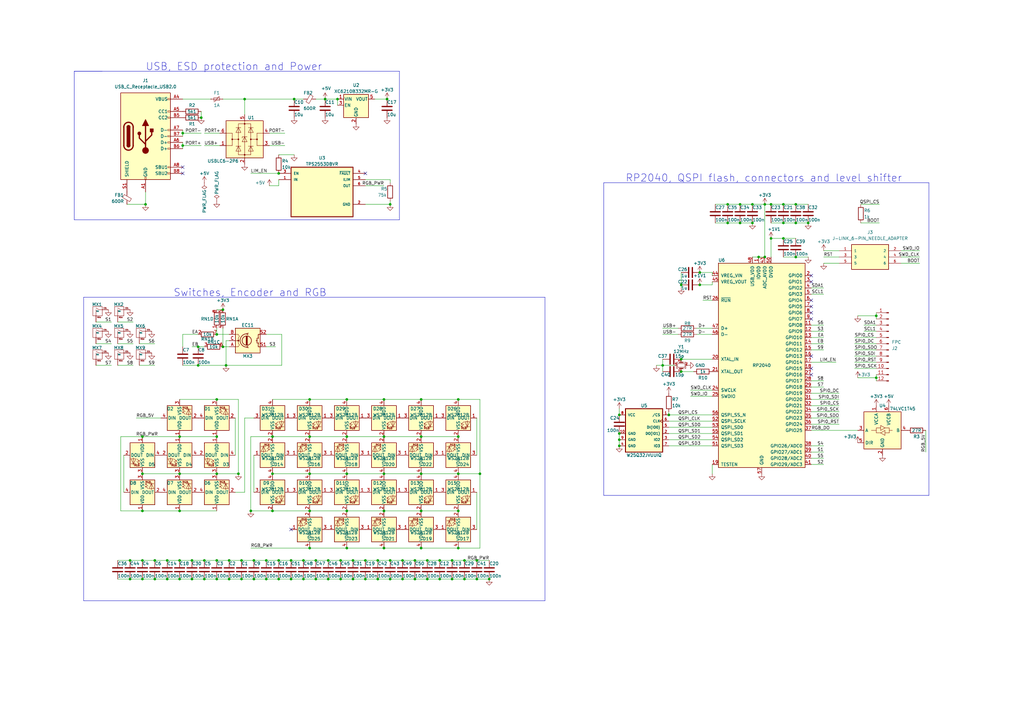
<source format=kicad_sch>
(kicad_sch (version 20230121) (generator eeschema)
  (paper "A3")
  (title_block (title "1337") (date "2023-04-26") (rev "5.0") (company "0xCB") (comment 1 "Conor Burns"))
  (junction (at 88.9 179.07))
  (junction (at 111.76 179.07))
  (junction (at 119.38 229.87))
  (junction (at 127 209.55))
  (junction (at 313.69 105.41))
  (junction (at 58.42 229.87))
  (junction (at 316.23 83.82))
  (junction (at 326.39 83.82))
  (junction (at 129.54 229.87))
  (junction (at 172.72 163.83))
  (junction (at 190.5 229.87))
  (junction (at 254 182.88))
  (junction (at 104.14 229.87))
  (junction (at 73.66 237.49))
  (junction (at 172.72 209.55))
  (junction (at 326.39 105.41))
  (junction (at 138.43 40.64))
  (junction (at 91.44 142.24))
  (junction (at 88.9 137.16) (diameter 0.9144))
  (junction (at 154.94 229.87))
  (junction (at 170.18 229.87))
  (junction (at 93.98 229.87))
  (junction (at 109.22 229.87))
  (junction (at 139.7 237.49))
  (junction (at 172.72 224.79))
  (junction (at 74.93 59.69))
  (junction (at 142.24 194.31))
  (junction (at 308.61 91.44))
  (junction (at 58.42 237.49))
  (junction (at 73.66 194.31))
  (junction (at 359.41 129.54))
  (junction (at 157.48 224.79))
  (junction (at 58.42 179.07))
  (junction (at 111.76 194.31))
  (junction (at 321.31 97.79))
  (junction (at 114.3 229.87))
  (junction (at 127 194.31))
  (junction (at 127 179.07))
  (junction (at 274.32 170.18))
  (junction (at 124.46 229.87))
  (junction (at 279.4 116.84))
  (junction (at 133.35 40.64))
  (junction (at 195.58 229.87))
  (junction (at 321.31 91.44))
  (junction (at 254 180.34))
  (junction (at 82.55 48.26))
  (junction (at 180.34 237.49))
  (junction (at 303.53 91.44))
  (junction (at 100.33 40.64))
  (junction (at 254 170.18))
  (junction (at 53.34 237.49))
  (junction (at 187.96 224.79))
  (junction (at 144.78 237.49))
  (junction (at 127 163.83))
  (junction (at 102.87 209.55))
  (junction (at 58.42 209.55))
  (junction (at 134.62 229.87))
  (junction (at 165.1 237.49))
  (junction (at 172.72 194.31))
  (junction (at 134.62 237.49))
  (junction (at 127 224.79))
  (junction (at 58.42 194.31))
  (junction (at 160.02 83.82))
  (junction (at 129.54 237.49))
  (junction (at 185.42 237.49))
  (junction (at 81.28 149.86))
  (junction (at 331.47 91.44))
  (junction (at 93.98 237.49))
  (junction (at 73.66 179.07))
  (junction (at 63.5 237.49))
  (junction (at 195.58 237.49))
  (junction (at 279.4 147.32))
  (junction (at 160.02 229.87))
  (junction (at 142.24 163.83))
  (junction (at 68.58 229.87))
  (junction (at 88.9 194.31))
  (junction (at 313.69 83.82))
  (junction (at 73.66 229.87))
  (junction (at 180.34 229.87))
  (junction (at 308.61 83.82))
  (junction (at 279.4 152.4))
  (junction (at 321.31 83.82))
  (junction (at 139.7 229.87))
  (junction (at 200.66 237.49))
  (junction (at 63.5 229.87))
  (junction (at 111.76 209.55))
  (junction (at 154.94 237.49))
  (junction (at 97.79 194.31))
  (junction (at 83.82 229.87))
  (junction (at 187.96 163.83))
  (junction (at 88.9 237.49))
  (junction (at 99.06 237.49))
  (junction (at 53.34 229.87))
  (junction (at 91.44 127))
  (junction (at 187.96 209.55))
  (junction (at 170.18 237.49))
  (junction (at 88.9 163.83))
  (junction (at 157.48 209.55))
  (junction (at 326.39 91.44))
  (junction (at 142.24 209.55))
  (junction (at 74.93 54.61))
  (junction (at 114.3 237.49))
  (junction (at 73.66 209.55))
  (junction (at 114.3 71.12))
  (junction (at 359.41 154.94))
  (junction (at 316.23 97.79))
  (junction (at 298.45 83.82))
  (junction (at 187.96 194.31))
  (junction (at 303.53 83.82))
  (junction (at 185.42 229.87))
  (junction (at 119.38 237.49))
  (junction (at 149.86 229.87))
  (junction (at 68.58 237.49))
  (junction (at 144.78 229.87))
  (junction (at 104.14 237.49))
  (junction (at 78.74 229.87))
  (junction (at 59.69 83.82))
  (junction (at 175.26 229.87))
  (junction (at 287.02 111.76))
  (junction (at 78.74 237.49))
  (junction (at 165.1 229.87))
  (junction (at 157.48 194.31))
  (junction (at 271.78 149.86))
  (junction (at 157.48 163.83))
  (junction (at 81.28 142.24))
  (junction (at 158.75 40.64))
  (junction (at 142.24 224.79))
  (junction (at 92.71 149.86))
  (junction (at 196.85 194.31))
  (junction (at 120.65 40.64))
  (junction (at 124.46 237.49))
  (junction (at 175.26 237.49))
  (junction (at 254 177.8))
  (junction (at 298.45 91.44))
  (junction (at 157.48 179.07))
  (junction (at 160.02 237.49))
  (junction (at 311.15 105.41))
  (junction (at 99.06 229.87))
  (junction (at 287.02 116.84))
  (junction (at 187.96 179.07))
  (junction (at 109.22 237.49))
  (junction (at 83.82 237.49))
  (junction (at 172.72 179.07))
  (junction (at 142.24 179.07))
  (junction (at 149.86 237.49))
  (junction (at 88.9 229.87))
  (junction (at 190.5 237.49))
  (no_connect (at 332.74 115.57))
  (no_connect (at 332.74 146.05))
  (no_connect (at 74.93 71.12))
  (no_connect (at 149.86 71.12))
  (no_connect (at 332.74 153.67))
  (no_connect (at 332.74 151.13))
  (no_connect (at 119.38 217.17))
  (no_connect (at 74.93 68.58))
  (no_connect (at 332.74 130.81))
  (no_connect (at 332.74 123.19))
  (no_connect (at 332.74 125.73))
  (no_connect (at 332.74 113.03))
  (no_connect (at 332.74 128.27))
  (wire (pts (xy 74.93 142.24) (xy 74.93 137.16)))
  (wire (pts (xy 279.4 147.32) (xy 292.1 147.32)))
  (polyline (pts (xy 247.65 203.2) (xy 247.65 74.93)))
  (wire (pts (xy 115.57 137.16) (xy 109.22 137.16)))
  (wire (pts (xy 321.31 91.44) (xy 326.39 91.44)))
  (wire (pts (xy 74.93 54.61) (xy 82.55 54.61)))
  (wire (pts (xy 350.52 146.05) (xy 359.41 146.05)))
  (wire (pts (xy 350.52 138.43) (xy 359.41 138.43)))
  (wire (pts (xy 157.48 194.31) (xy 142.24 194.31)))
  (wire (pts (xy 93.98 229.87) (xy 99.06 229.87)))
  (wire (pts (xy 175.26 237.49) (xy 180.34 237.49)))
  (wire (pts (xy 102.87 71.12) (xy 114.3 71.12)))
  (wire (pts (xy 359.41 154.94) (xy 359.41 156.21)))
  (wire (pts (xy 254 167.64) (xy 254 170.18)))
  (wire (pts (xy 74.93 40.64) (xy 86.36 40.64)))
  (wire (pts (xy 285.75 134.62) (xy 292.1 134.62)))
  (wire (pts (xy 195.58 201.93) (xy 195.58 217.17)))
  (polyline (pts (xy 381 203.2) (xy 247.65 203.2)))
  (wire (pts (xy 274.32 175.26) (xy 292.1 175.26)))
  (wire (pts (xy 100.33 171.45) (xy 104.14 171.45)))
  (wire (pts (xy 316.23 97.79) (xy 321.31 97.79)))
  (wire (pts (xy 308.61 105.41) (xy 311.15 105.41)))
  (wire (pts (xy 274.32 180.34) (xy 292.1 180.34)))
  (wire (pts (xy 321.31 83.82) (xy 326.39 83.82)))
  (wire (pts (xy 83.82 237.49) (xy 88.9 237.49)))
  (wire (pts (xy 165.1 237.49) (xy 170.18 237.49)))
  (wire (pts (xy 138.43 40.64) (xy 138.43 43.18)))
  (wire (pts (xy 337.82 140.97) (xy 332.74 140.97)))
  (wire (pts (xy 160.02 82.55) (xy 160.02 83.82)))
  (wire (pts (xy 276.86 149.86) (xy 271.78 149.86)))
  (wire (pts (xy 68.58 229.87) (xy 73.66 229.87)))
  (wire (pts (xy 102.87 224.79) (xy 127 224.79)))
  (wire (pts (xy 377.19 102.87) (xy 369.57 102.87)))
  (wire (pts (xy 134.62 237.49) (xy 139.7 237.49)))
  (wire (pts (xy 139.7 229.87) (xy 144.78 229.87)))
  (wire (pts (xy 88.9 163.83) (xy 97.79 163.83)))
  (wire (pts (xy 88.9 134.62) (xy 88.9 137.16)))
  (wire (pts (xy 278.13 137.16) (xy 271.78 137.16)))
  (wire (pts (xy 351.79 129.54) (xy 359.41 129.54)))
  (polyline (pts (xy 30.48 29.21) (xy 41.91 29.21)))
  (wire (pts (xy 49.53 209.55) (xy 49.53 179.07)))
  (wire (pts (xy 157.48 209.55) (xy 172.72 209.55)))
  (wire (pts (xy 110.49 76.2) (xy 114.3 76.2)))
  (wire (pts (xy 58.42 179.07) (xy 73.66 179.07)))
  (wire (pts (xy 283.21 160.02) (xy 292.1 160.02)))
  (wire (pts (xy 52.07 83.82) (xy 59.69 83.82)))
  (wire (pts (xy 100.33 201.93) (xy 100.33 171.45)))
  (wire (pts (xy 337.82 143.51) (xy 332.74 143.51)))
  (wire (pts (xy 91.44 142.24) (xy 93.98 142.24)))
  (wire (pts (xy 337.82 138.43) (xy 332.74 138.43)))
  (wire (pts (xy 97.79 163.83) (xy 97.79 194.31)))
  (wire (pts (xy 111.76 209.55) (xy 127 209.55)))
  (wire (pts (xy 351.79 154.94) (xy 359.41 154.94)))
  (wire (pts (xy 53.34 229.87) (xy 58.42 229.87)))
  (wire (pts (xy 303.53 91.44) (xy 308.61 91.44)))
  (wire (pts (xy 59.69 83.82) (xy 59.69 78.74)))
  (wire (pts (xy 332.74 176.53) (xy 351.79 176.53)))
  (wire (pts (xy 165.1 229.87) (xy 170.18 229.87)))
  (wire (pts (xy 53.34 237.49) (xy 58.42 237.49)))
  (wire (pts (xy 337.82 187.96) (xy 332.74 187.96)))
  (polyline (pts (xy 163.83 29.21) (xy 163.83 90.17)))
  (wire (pts (xy 99.06 237.49) (xy 104.14 237.49)))
  (wire (pts (xy 48.26 237.49) (xy 53.34 237.49)))
  (wire (pts (xy 360.68 83.82) (xy 353.06 83.82)))
  (wire (pts (xy 344.17 171.45) (xy 332.74 171.45)))
  (wire (pts (xy 377.19 105.41) (xy 369.57 105.41)))
  (wire (pts (xy 142.24 179.07) (xy 127 179.07)))
  (wire (pts (xy 88.9 127) (xy 91.44 127)))
  (wire (pts (xy 337.82 158.75) (xy 332.74 158.75)))
  (wire (pts (xy 350.52 151.13) (xy 359.41 151.13)))
  (wire (pts (xy 63.5 149.86) (xy 57.15 149.86)))
  (wire (pts (xy 109.22 237.49) (xy 114.3 237.49)))
  (wire (pts (xy 292.1 123.19) (xy 288.29 123.19)))
  (wire (pts (xy 292.1 194.31) (xy 292.1 190.5)))
  (wire (pts (xy 74.93 149.86) (xy 81.28 149.86)))
  (wire (pts (xy 45.72 149.86) (xy 39.37 149.86)))
  (wire (pts (xy 114.3 229.87) (xy 119.38 229.87)))
  (wire (pts (xy 271.78 149.86) (xy 271.78 152.4)))
  (wire (pts (xy 359.41 153.67) (xy 359.41 154.94)))
  (wire (pts (xy 298.45 91.44) (xy 303.53 91.44)))
  (wire (pts (xy 58.42 237.49) (xy 63.5 237.49)))
  (wire (pts (xy 377.19 107.95) (xy 369.57 107.95)))
  (wire (pts (xy 78.74 142.24) (xy 81.28 142.24)))
  (wire (pts (xy 74.93 54.61) (xy 74.93 55.88)))
  (wire (pts (xy 58.42 209.55) (xy 49.53 209.55)))
  (wire (pts (xy 45.72 132.08) (xy 39.37 132.08)))
  (polyline (pts (xy 30.48 29.21) (xy 163.83 29.21)))
  (wire (pts (xy 187.96 194.31) (xy 172.72 194.31)))
  (wire (pts (xy 269.24 149.86) (xy 271.78 149.86)))
  (wire (pts (xy 157.48 179.07) (xy 142.24 179.07)))
  (wire (pts (xy 195.58 171.45) (xy 195.58 186.69)))
  (wire (pts (xy 114.3 76.2) (xy 114.3 73.66)))
  (polyline (pts (xy 247.65 74.93) (xy 262.89 74.93)))
  (wire (pts (xy 81.28 142.24) (xy 83.82 142.24)))
  (wire (pts (xy 344.17 168.91) (xy 332.74 168.91)))
  (wire (pts (xy 100.33 40.64) (xy 100.33 46.99)))
  (wire (pts (xy 353.06 91.44) (xy 360.68 91.44)))
  (wire (pts (xy 337.82 107.95) (xy 344.17 107.95)))
  (wire (pts (xy 354.33 135.89) (xy 359.41 135.89)))
  (wire (pts (xy 149.86 83.82) (xy 160.02 83.82)))
  (polyline (pts (xy 223.52 246.38) (xy 34.29 246.38)))
  (wire (pts (xy 172.72 179.07) (xy 157.48 179.07)))
  (wire (pts (xy 326.39 91.44) (xy 331.47 91.44)))
  (wire (pts (xy 292.1 116.84) (xy 292.1 115.57)))
  (wire (pts (xy 120.65 63.5) (xy 114.3 63.5)))
  (wire (pts (xy 316.23 83.82) (xy 321.31 83.82)))
  (wire (pts (xy 160.02 229.87) (xy 165.1 229.87)))
  (wire (pts (xy 54.61 132.08) (xy 48.26 132.08)))
  (wire (pts (xy 180.34 237.49) (xy 185.42 237.49)))
  (wire (pts (xy 187.96 179.07) (xy 172.72 179.07)))
  (wire (pts (xy 274.32 182.88) (xy 292.1 182.88)))
  (wire (pts (xy 115.57 137.16) (xy 115.57 149.86)))
  (wire (pts (xy 144.78 237.49) (xy 149.86 237.49)))
  (wire (pts (xy 124.46 237.49) (xy 129.54 237.49)))
  (wire (pts (xy 45.72 140.97) (xy 39.37 140.97)))
  (wire (pts (xy 160.02 237.49) (xy 165.1 237.49)))
  (polyline (pts (xy 34.29 246.38) (xy 34.29 121.92)))
  (wire (pts (xy 68.58 237.49) (xy 73.66 237.49)))
  (wire (pts (xy 81.28 149.86) (xy 92.71 149.86)))
  (wire (pts (xy 83.82 229.87) (xy 88.9 229.87)))
  (wire (pts (xy 99.06 229.87) (xy 104.14 229.87)))
  (wire (pts (xy 254 180.34) (xy 254 182.88)))
  (wire (pts (xy 160.02 74.93) (xy 160.02 73.66)))
  (polyline (pts (xy 223.52 121.92) (xy 223.52 246.38)))
  (wire (pts (xy 127 163.83) (xy 142.24 163.83)))
  (wire (pts (xy 274.32 177.8) (xy 292.1 177.8)))
  (wire (pts (xy 274.32 172.72) (xy 292.1 172.72)))
  (wire (pts (xy 92.71 139.7) (xy 92.71 149.86)))
  (wire (pts (xy 73.66 229.87) (xy 78.74 229.87)))
  (wire (pts (xy 142.24 163.83) (xy 157.48 163.83)))
  (wire (pts (xy 287.02 116.84) (xy 292.1 116.84)))
  (wire (pts (xy 73.66 179.07) (xy 88.9 179.07)))
  (wire (pts (xy 379.73 176.53) (xy 379.73 185.42)))
  (wire (pts (xy 102.87 179.07) (xy 102.87 209.55)))
  (wire (pts (xy 344.17 161.29) (xy 332.74 161.29)))
  (polyline (pts (xy 262.89 74.93) (xy 381 74.93)))
  (wire (pts (xy 104.14 229.87) (xy 109.22 229.87)))
  (wire (pts (xy 170.18 237.49) (xy 175.26 237.49)))
  (wire (pts (xy 83.82 54.61) (xy 90.17 54.61)))
  (wire (pts (xy 187.96 224.79) (xy 196.85 224.79)))
  (wire (pts (xy 144.78 229.87) (xy 149.86 229.87)))
  (wire (pts (xy 50.8 186.69) (xy 50.8 201.93)))
  (wire (pts (xy 102.87 209.55) (xy 111.76 209.55)))
  (wire (pts (xy 195.58 237.49) (xy 200.66 237.49)))
  (wire (pts (xy 78.74 237.49) (xy 83.82 237.49)))
  (wire (pts (xy 129.54 40.64) (xy 133.35 40.64)))
  (wire (pts (xy 154.94 229.87) (xy 160.02 229.87)))
  (wire (pts (xy 359.41 129.54) (xy 359.41 130.81)))
  (wire (pts (xy 285.75 137.16) (xy 292.1 137.16)))
  (wire (pts (xy 274.32 170.18) (xy 292.1 170.18)))
  (wire (pts (xy 254 177.8) (xy 254 180.34)))
  (wire (pts (xy 172.72 209.55) (xy 187.96 209.55)))
  (wire (pts (xy 292.1 113.03) (xy 292.1 111.76)))
  (wire (pts (xy 58.42 209.55) (xy 73.66 209.55)))
  (wire (pts (xy 157.48 76.2) (xy 149.86 76.2)))
  (wire (pts (xy 279.4 152.4) (xy 284.48 152.4)))
  (wire (pts (xy 337.82 190.5) (xy 332.74 190.5)))
  (wire (pts (xy 279.4 111.76) (xy 279.4 116.84)))
  (wire (pts (xy 73.66 237.49) (xy 78.74 237.49)))
  (polyline (pts (xy 163.83 90.17) (xy 30.48 90.17)))
  (wire (pts (xy 149.86 229.87) (xy 154.94 229.87)))
  (wire (pts (xy 321.31 105.41) (xy 326.39 105.41)))
  (wire (pts (xy 63.5 237.49) (xy 68.58 237.49)))
  (wire (pts (xy 74.93 59.69) (xy 82.55 59.69)))
  (polyline (pts (xy 30.48 90.17) (xy 30.48 29.21)))
  (wire (pts (xy 337.82 182.88) (xy 332.74 182.88)))
  (wire (pts (xy 92.71 139.7) (xy 93.98 139.7)))
  (polyline (pts (xy 381 74.93) (xy 381 203.2)))
  (wire (pts (xy 344.17 173.99) (xy 332.74 173.99)))
  (wire (pts (xy 73.66 163.83) (xy 88.9 163.83)))
  (wire (pts (xy 185.42 229.87) (xy 190.5 229.87)))
  (wire (pts (xy 119.38 237.49) (xy 124.46 237.49)))
  (wire (pts (xy 120.65 40.64) (xy 124.46 40.64)))
  (wire (pts (xy 316.23 105.41) (xy 316.23 97.79)))
  (wire (pts (xy 195.58 229.87) (xy 200.66 229.87)))
  (wire (pts (xy 326.39 105.41) (xy 331.47 105.41)))
  (wire (pts (xy 350.52 143.51) (xy 359.41 143.51)))
  (wire (pts (xy 350.52 140.97) (xy 359.41 140.97)))
  (wire (pts (xy 54.61 140.97) (xy 48.26 140.97)))
  (wire (pts (xy 157.48 224.79) (xy 172.72 224.79)))
  (wire (pts (xy 82.55 45.72) (xy 82.55 48.26)))
  (wire (pts (xy 74.93 137.16) (xy 81.28 137.16)))
  (wire (pts (xy 350.52 148.59) (xy 359.41 148.59)))
  (wire (pts (xy 172.72 224.79) (xy 187.96 224.79)))
  (wire (pts (xy 274.32 168.91) (xy 274.32 170.18)))
  (wire (pts (xy 134.62 229.87) (xy 139.7 229.87)))
  (wire (pts (xy 185.42 237.49) (xy 190.5 237.49)))
  (wire (pts (xy 271.78 149.86) (xy 271.78 147.32)))
  (wire (pts (xy 332.74 118.11) (xy 337.82 118.11)))
  (wire (pts (xy 157.48 163.83) (xy 172.72 163.83)))
  (wire (pts (xy 196.85 194.31) (xy 187.96 194.31)))
  (wire (pts (xy 111.76 179.07) (xy 102.87 179.07)))
  (wire (pts (xy 49.53 179.07) (xy 58.42 179.07)))
  (wire (pts (xy 73.66 209.55) (xy 88.9 209.55)))
  (wire (pts (xy 337.82 156.21) (xy 332.74 156.21)))
  (wire (pts (xy 283.21 162.56) (xy 292.1 162.56)))
  (wire (pts (xy 311.15 105.41) (xy 313.69 105.41)))
  (wire (pts (xy 196.85 163.83) (xy 196.85 194.31)))
  (wire (pts (xy 63.5 140.97) (xy 57.15 140.97)))
  (wire (pts (xy 313.69 83.82) (xy 316.23 83.82)))
  (wire (pts (xy 109.22 229.87) (xy 114.3 229.87)))
  (wire (pts (xy 48.26 229.87) (xy 53.34 229.87)))
  (wire (pts (xy 96.52 201.93) (xy 100.33 201.93)))
  (wire (pts (xy 303.53 83.82) (xy 308.61 83.82)))
  (wire (pts (xy 332.74 120.65) (xy 337.82 120.65)))
  (wire (pts (xy 127 209.55) (xy 142.24 209.55)))
  (wire (pts (xy 73.66 194.31) (xy 88.9 194.31)))
  (wire (pts (xy 170.18 229.87) (xy 175.26 229.87)))
  (wire (pts (xy 88.9 137.16) (xy 93.98 137.16)))
  (wire (pts (xy 337.82 135.89) (xy 332.74 135.89)))
  (wire (pts (xy 127 179.07) (xy 111.76 179.07)))
  (wire (pts (xy 316.23 91.44) (xy 321.31 91.44)))
  (wire (pts (xy 91.44 40.64) (xy 100.33 40.64)))
  (wire (pts (xy 133.35 40.64) (xy 138.43 40.64)))
  (wire (pts (xy 292.1 111.76) (xy 287.02 111.76)))
  (wire (pts (xy 92.71 149.86) (xy 115.57 149.86)))
  (wire (pts (xy 74.93 53.34) (xy 74.93 54.61)))
  (wire (pts (xy 313.69 83.82) (xy 313.69 105.41)))
  (wire (pts (xy 113.03 142.24) (xy 109.22 142.24)))
  (wire (pts (xy 337.82 185.42) (xy 332.74 185.42)))
  (wire (pts (xy 93.98 237.49) (xy 99.06 237.49)))
  (wire (pts (xy 293.37 83.82) (xy 298.45 83.82)))
  (wire (pts (xy 344.17 166.37) (xy 332.74 166.37)))
  (wire (pts (xy 142.24 224.79) (xy 157.48 224.79)))
  (wire (pts (xy 88.9 237.49) (xy 93.98 237.49)))
  (wire (pts (xy 279.4 118.11) (xy 279.4 116.84)))
  (wire (pts (xy 127 194.31) (xy 111.76 194.31)))
  (wire (pts (xy 172.72 163.83) (xy 187.96 163.83)))
  (wire (pts (xy 114.3 237.49) (xy 119.38 237.49)))
  (wire (pts (xy 337.82 102.87) (xy 344.17 102.87)))
  (wire (pts (xy 298.45 83.82) (xy 303.53 83.82)))
  (wire (pts (xy 313.69 83.82) (xy 308.61 83.82)))
  (wire (pts (xy 58.42 229.87) (xy 63.5 229.87)))
  (wire (pts (xy 88.9 229.87) (xy 93.98 229.87)))
  (wire (pts (xy 111.76 163.83) (xy 127 163.83)))
  (wire (pts (xy 278.13 134.62) (xy 271.78 134.62)))
  (wire (pts (xy 187.96 163.83) (xy 196.85 163.83)))
  (wire (pts (xy 337.82 105.41) (xy 344.17 105.41)))
  (wire (pts (xy 90.17 59.69) (xy 83.82 59.69)))
  (wire (pts (xy 74.93 59.69) (xy 74.93 60.96)))
  (wire (pts (xy 127 224.79) (xy 142.24 224.79)))
  (wire (pts (xy 190.5 229.87) (xy 195.58 229.87)))
  (wire (pts (xy 55.88 171.45) (xy 66.04 171.45)))
  (wire (pts (xy 153.67 40.64) (xy 158.75 40.64)))
  (wire (pts (xy 326.39 83.82) (xy 331.47 83.82)))
  (wire (pts (xy 104.14 237.49) (xy 109.22 237.49)))
  (wire (pts (xy 54.61 149.86) (xy 48.26 149.86)))
  (wire (pts (xy 160.02 73.66) (xy 149.86 73.66)))
  (wire (pts (xy 74.93 58.42) (xy 74.93 59.69)))
  (wire (pts (xy 142.24 194.31) (xy 127 194.31)))
  (wire (pts (xy 342.9 148.59) (xy 332.74 148.59)))
  (wire (pts (xy 104.14 186.69) (xy 104.14 201.93)))
  (wire (pts (xy 91.44 134.62) (xy 91.44 142.24)))
  (wire (pts (xy 190.5 237.49) (xy 195.58 237.49)))
  (wire (pts (xy 124.46 229.87) (xy 129.54 229.87)))
  (wire (pts (xy 116.84 59.69) (xy 110.49 59.69)))
  (wire (pts (xy 175.26 229.87) (xy 180.34 229.87)))
  (wire (pts (xy 63.5 229.87) (xy 68.58 229.87)))
  (wire (pts (xy 332.74 163.83) (xy 344.17 163.83)))
  (wire (pts (xy 116.84 54.61) (xy 110.49 54.61)))
  (wire (pts (xy 78.74 229.87) (xy 83.82 229.87)))
  (polyline (pts (xy 34.29 121.92) (xy 223.52 121.92)))
  (wire (pts (xy 58.42 194.31) (xy 73.66 194.31)))
  (wire (pts (xy 180.34 229.87) (xy 185.42 229.87)))
  (wire (pts (xy 142.24 209.55) (xy 157.48 209.55)))
  (wire (pts (xy 321.31 97.79) (xy 326.39 97.79)))
  (wire (pts (xy 139.7 237.49) (xy 144.78 237.49)))
  (wire (pts (xy 154.94 237.49) (xy 160.02 237.49)))
  (wire (pts (xy 196.85 224.79) (xy 196.85 194.31)))
  (wire (pts (xy 354.33 133.35) (xy 359.41 133.35)))
  (wire (pts (xy 97.79 194.31) (xy 88.9 194.31)))
  (wire (pts (xy 96.52 171.45) (xy 96.52 186.69)))
  (wire (pts (xy 293.37 91.44) (xy 298.45 91.44)))
  (wire (pts (xy 172.72 194.31) (xy 157.48 194.31)))
  (wire (pts (xy 119.38 229.87) (xy 124.46 229.87)))
  (wire (pts (xy 129.54 229.87) (xy 134.62 229.87)))
  (wire (pts (xy 100.33 40.64) (xy 120.65 40.64)))
  (wire (pts (xy 129.54 237.49) (xy 134.62 237.49)))
  (wire (pts (xy 149.86 237.49) (xy 154.94 237.49)))
  (wire (pts (xy 359.41 129.54) (xy 359.41 128.27)))
  (wire (pts (xy 337.82 133.35) (xy 332.74 133.35)))
  (text "Switches, Encoder and RGB" (at 71.12 121.92 0) (effects (font (size 3 3)) (justify left bottom)))
  (text "USB, ESD protection and Power" (at 59.69 29.21 0) (effects (font (size 3 3)) (justify left bottom)))
  (text "RP2040, QSPI flash, connectors and level shifter" (at 256.54 74.93 0) (effects (font (size 3 3)) (justify left bottom)))
  (label "QSPI_SD0" (at 278.13 175.26 0))
  (label "QSPI_CLK" (at 278.13 172.72 0))
  (label "QSPI_SD1" (at 278.13 177.8 0))
  (label "PORT-" (at 116.84 54.61 180))
  (label "USB+" (at 83.82 59.69 0))
  (label "PORT-" (at 82.55 54.61 180))
  (label "USB+" (at 271.78 134.62 0))
  (label "SPI0_RST" (at 344.17 173.99 180))
  (label "RGB_5V" (at 379.73 185.42 90))
  (label "LIM_EN" (at 102.87 71.12 0))
  (label "SWD_IO" (at 283.21 162.56 0))
  (label "SDA1" (at 354.33 133.35 0))
  (label "SPI0_SDI" (at 350.52 146.05 0))
  (label "QSPI_SD3" (at 278.13 182.88 0))
  (label "SWD_IO" (at 377.19 102.87 180))
  (label "RGB_PWR" (at 200.66 229.87 180))
  (label "D+" (at 286.385 134.62 0))
  (label "SPI0_RST" (at 350.52 148.59 0))
  (label "S8" (at 54.61 149.86 180))
  (label "S4" (at 45.72 140.97 180))
  (label "USB-" (at 271.78 137.16 0))
  (label "QSPI_CS" (at 278.13 170.18 0))
  (label "S3" (at 337.82 135.89 180))
  (label "RST" (at 288.29 123.19 0))
  (label "RGB_DO" (at 340.36 176.53 180))
  (label "S6" (at 63.5 140.97 180))
  (label "EA" (at 337.82 138.43 180))
  (label "RGB_5V" (at 55.88 171.45 0))
  (label "S6" (at 337.82 133.35 180))
  (label "EB" (at 337.82 140.97 180))
  (label "BOOT" (at 377.19 107.95 180))
  (label "D-" (at 286.385 137.16 0))
  (label "S2" (at 337.82 190.5 180))
  (label "SPI0_DC" (at 344.17 161.29 180))
  (label "SPI0_SDO" (at 350.52 143.51 0))
  (label "S2" (at 54.61 132.08 180))
  (label "RGB_PWR" (at 102.87 224.79 0))
  (label "PORT+" (at 82.55 59.69 180))
  (label "S8" (at 337.82 156.21 180))
  (label "LIM_EN" (at 342.9 148.59 180))
  (label "USB-" (at 116.84 59.69 180))
  (label "SPI0_SDO" (at 344.17 171.45 180))
  (label "SWD_CLK" (at 283.21 160.02 0))
  (label "EA" (at 78.74 137.16 0))
  (label "SDA1" (at 337.82 118.11 180))
  (label "EB" (at 78.74 142.24 0))
  (label "SCL1" (at 354.33 135.89 0))
  (label "S5" (at 337.82 187.96 180))
  (label "S1" (at 45.72 132.08 180))
  (label "PORT+" (at 83.82 54.61 0))
  (label "SPI0_SDI" (at 344.17 163.83 180))
  (label "S9" (at 337.82 143.51 180))
  (label "SWD_CLK" (at 377.19 105.41 180))
  (label "S3" (at 113.03 142.24 180))
  (label "S1" (at 337.82 185.42 180))
  (label "SPI0_CS" (at 344.17 166.37 180))
  (label "SPI0_SCK" (at 344.17 168.91 180))
  (label "RGB_PWR" (at 157.48 76.2 180))
  (label "RST" (at 337.82 105.41 0))
  (label "SPI0_SCK" (at 350.52 151.13 0))
  (label "S9" (at 63.5 149.86 180))
  (label "S4" (at 337.82 182.88 180))
  (label "SCL1" (at 337.82 120.65 180))
  (label "SPI0_CS" (at 350.52 138.43 0))
  (label "S7" (at 45.72 149.86 180))
  (label "QSPI_SD2" (at 278.13 180.34 0))
  (label "BOOT" (at 360.68 91.44 180))
  (label "RGB_PWR" (at 64.77 179.07 180))
  (label "S5" (at 54.61 140.97 180))
  (label "QSPI_CS" (at 360.68 83.82 180))
  (label "SPI0_DC" (at 350.52 140.97 0))
  (label "S7" (at 337.82 158.75 180))
  (symbol (lib_id "Device:C") (at 109.22 233.68 0) (unit 1)
    (property "Reference" "C15" (at 109.22 231.14 0) (effects (justify left)))
    (property "Value" "100n" (at 109.22 236.22 0) (effects (justify left)))
    (property "Footprint" "Capacitor_SMD:C_0201_0603Metric" (effects hide))
    (property "LCSC" "C576431" (effects hide))
    (property "MPN " "CL05B104KO5NNNC" (effects hide))
    (property "Manufacturer" "Samsung Electro-Mechanics" (effects hide))
    (property "JLC Basic" "Y" (effects hide))
    (property "Substitute" "Y" (effects hide))
  )
  (symbol (lib_id "Device:C") (at 283.21 116.84 90) (mirror x) (unit 1)
    (property "Reference" "C22" (at 281.94 115.57 90) (effects (justify left)))
    (property "Value" "1u" (at 281.94 118.11 90) (effects (justify left)))
    (property "Footprint" "Capacitor_SMD:C_0201_0603Metric" (effects hide))
    (property "LCSC" "C237458" (effects hide))
    (property "MPN " "CL05A105KA5NQNC" (effects hide))
    (property "Manufacturer" "Samsung Electro-Mechanics" (effects hide))
    (property "JLC Basic" "Y" (effects hide))
    (property "Substitute" "Y" (effects hide))
  )
  (symbol (lib_id "0xcb_power:TPS2553DBVR") (at 132.08 78.74 0) (unit 1)
    (property "Reference" "U3" (at 132.08 64.77 0))
    (property "Value" "TPS2553DBVR" (at 132.08 67.31 0))
    (property "Footprint" "0xcb:SOT95P280X145-6N" (effects hide))
    (property "LCSC" "C55266" (effects hide))
    (property "JLCPCB_CORRECTION" "0; 0; 180" (effects hide))
  )
  (symbol (lib_id "0xcb:SK6812MINI-E") (at 58.42 201.93 0) (mirror x) (unit 1)
    (property "Reference" "D8" (at 54.61 198.12 0))
    (property "Value" "SK6812MINI-E" (effects hide))
    (property "Footprint" "0xcb:MX_SK6812MINI-E" (effects hide))
    (property "LCSC" "C5149201" (effects hide))
    (property "JLCPCB_CORRECTION" "0; -3; 180" (effects hide))
  )
  (symbol (lib_id "power:GND") (at 308.61 91.44 0) (unit 1)
    (property "Reference" "#PWR036" (effects hide))
    (property "Value" "GND" (effects hide))
  )
  (symbol (lib_id "0xcb:WS2812B-2020") (at 172.72 201.93 0) (unit 1)
    (property "Reference" "D13" (at 170.18 198.12 0))
    (property "Value" "WS2812B" (at 172.72 200.66 0))
    (property "Footprint" "LED_SMD:LED_WS2812B-2020_PLCC4_2.0x2.0mm" (effects hide))
    (property "Datasheet" "https://datasheet.lcsc.com/lcsc/2012110135_Worldsemi-WS2812B-2020_C965555.pdf" (effects hide))
    (property "LCSC" "C2976072" (effects hide))
    (property "MPN " "WS2812B-2020" (effects hide))
    (property "Manufacturer" "Worldsemi" (effects hide))
    (property "JLCPCB_CORRECTION" "0; 0; 180" (effects hide))
  )
  (symbol (lib_id "0xcb:WS2812B-2020") (at 127 201.93 0) (unit 1)
    (property "Reference" "D10" (at 124.46 198.12 0))
    (property "Value" "WS2812B" (at 127 200.66 0))
    (property "Footprint" "LED_SMD:LED_WS2812B-2020_PLCC4_2.0x2.0mm" (effects hide))
    (property "Datasheet" "https://datasheet.lcsc.com/lcsc/2012110135_Worldsemi-WS2812B-2020_C965555.pdf" (effects hide))
    (property "LCSC" "C2976072" (effects hide))
    (property "MPN " "WS2812B-2020" (effects hide))
    (property "Manufacturer" "Worldsemi" (effects hide))
    (property "JLCPCB_CORRECTION" "0; 0; 180" (effects hide))
  )
  (symbol (lib_id "0xcb:WS2812B-2020") (at 142.24 217.17 180) (unit 1)
    (property "Reference" "D23" (at 144.78 220.98 0))
    (property "Value" "WS2812B" (at 142.24 218.44 0))
    (property "Footprint" "LED_SMD:LED_WS2812B-2020_PLCC4_2.0x2.0mm" (effects hide))
    (property "Datasheet" "https://datasheet.lcsc.com/lcsc/2012110135_Worldsemi-WS2812B-2020_C965555.pdf" (effects hide))
    (property "LCSC" "C2976072" (effects hide))
    (property "MPN " "WS2812B-2020" (effects hide))
    (property "Manufacturer" "Worldsemi" (effects hide))
    (property "JLCPCB_CORRECTION" "0; 0; 0" (effects hide))
  )
  (symbol (lib_id "0xcb:SK6812MINI-E") (at 73.66 186.69 0) (mirror y) (unit 1)
    (property "Reference" "D4" (at 77.47 190.5 0))
    (property "Value" "SK6812MINI-E" (effects hide))
    (property "Footprint" "0xcb:MX_SK6812MINI-E" (effects hide))
    (property "LCSC" "C5149201" (effects hide))
    (property "JLCPCB_CORRECTION" "0; -3; 180" (effects hide))
  )
  (symbol (lib_id "0xcb:WS2812B-2020") (at 172.72 186.69 180) (unit 1)
    (property "Reference" "D22" (at 175.26 190.5 0))
    (property "Value" "WS2812B" (at 172.72 187.96 0))
    (property "Footprint" "LED_SMD:LED_WS2812B-2020_PLCC4_2.0x2.0mm" (effects hide))
    (property "Datasheet" "https://datasheet.lcsc.com/lcsc/2012110135_Worldsemi-WS2812B-2020_C965555.pdf" (effects hide))
    (property "LCSC" "C2976072" (effects hide))
    (property "MPN " "WS2812B-2020" (effects hide))
    (property "Manufacturer" "Worldsemi" (effects hide))
    (property "JLCPCB_CORRECTION" "0; 0; 0" (effects hide))
  )
  (symbol (lib_id "0xcb:MX") (at 58.42 144.78 0) (unit 1)
    (property "Reference" "MX9" (at 57.5818 142.6464 0))
    (property "Value" "MX" (at 57.8104 145.4404 0) (effects (font (size 0.508 0.508))))
    (property "Footprint" "0xcb:SW_Hotswap_Kailh_1.00u" (effects hide))
    (property "LCSC" "C5156480" (effects hide))
    (property "JLCPCB_CORRECTION" "0.2; 3.5; 0" (effects hide))
  )
  (symbol (lib_id "Device:R") (at 274.32 165.1 0) (unit 1)
    (property "Reference" "R7" (at 275.59 163.83 0) (effects (justify left)))
    (property "Value" "10k" (at 275.59 166.37 0) (effects (justify left)))
    (property "Footprint" "Resistor_SMD:R_0201_0603Metric" (effects hide))
    (property "LCSC" "C138117" (effects hide))
    (property "MPN " "0402WGF1002TCE" (effects hide))
    (property "Manufacturer" "UNI-ROYAL(Uniroyal Elec)" (effects hide))
    (property "JLC Basic" "Y" (effects hide))
    (property "Substitute" "Y" (effects hide))
  )
  (symbol (lib_id "0xcb:MX") (at 40.64 127 0) (unit 1)
    (property "Reference" "MX1" (at 39.8018 124.8664 0))
    (property "Value" "MX" (at 40.0304 127.6604 0) (effects (font (size 0.508 0.508))))
    (property "Footprint" "0xcb:SW_Hotswap_Kailh_1.00u" (effects hide))
    (property "LCSC" "C5156480" (effects hide))
    (property "JLCPCB_CORRECTION" "0.2; 3.5; 0" (effects hide))
  )
  (symbol (lib_id "power:GND") (at 269.24 149.86 0) (unit 1)
    (property "Reference" "#PWR029" (effects hide))
    (property "Value" "GND" (effects hide))
  )
  (symbol (lib_name "GND_1") (lib_id "power:GND") (at 62.23 135.89 0) (mirror y) (unit 1)
    (property "Reference" "#PWR08" (effects hide))
    (property "Value" "GND" (effects hide))
  )
  (symbol (lib_id "Device:C") (at 53.34 233.68 0) (unit 1)
    (property "Reference" "C44" (at 53.34 231.14 0) (effects (justify left)))
    (property "Value" "100n" (at 53.34 236.22 0) (effects (justify left)))
    (property "Footprint" "Capacitor_SMD:C_0201_0603Metric" (effects hide))
    (property "LCSC" "C576431" (effects hide))
    (property "MPN " "CL05B104KO5NNNC" (effects hide))
    (property "Manufacturer" "Samsung Electro-Mechanics" (effects hide))
    (property "JLC Basic" "Y" (effects hide))
    (property "Substitute" "Y" (effects hide))
  )
  (symbol (lib_id "power:GND") (at 200.66 237.49 0) (unit 1)
    (property "Reference" "#PWR018" (effects hide))
    (property "Value" "GND" (effects hide))
  )
  (symbol (lib_id "power:GND") (at 292.1 194.31 0) (unit 1)
    (property "Reference" "#PWR035" (effects hide))
    (property "Value" "GND" (effects hide))
  )
  (symbol (lib_id "0xcb:WS2812B-2020") (at 142.24 171.45 0) (unit 1)
    (property "Reference" "D29" (at 139.7 167.64 0))
    (property "Value" "WS2812B" (at 142.24 170.18 0))
    (property "Footprint" "LED_SMD:LED_WS2812B-2020_PLCC4_2.0x2.0mm" (effects hide))
    (property "Datasheet" "https://datasheet.lcsc.com/lcsc/2012110135_Worldsemi-WS2812B-2020_C965555.pdf" (effects hide))
    (property "LCSC" "C2976072" (effects hide))
    (property "MPN " "WS2812B-2020" (effects hide))
    (property "Manufacturer" "Worldsemi" (effects hide))
    (property "JLCPCB_CORRECTION" "0; 0; 180" (effects hide))
  )
  (symbol (lib_id "power:GND") (at 88.9 82.55 0) (unit 1)
    (property "Reference" "#PWR024" (effects hide))
    (property "Value" "GND" (effects hide))
  )
  (symbol (lib_id "power:GND") (at 361.95 186.69 0) (unit 1)
    (property "Reference" "#PWR048" (effects hide))
    (property "Value" "GND" (effects hide))
  )
  (symbol (lib_id "Device:C") (at 58.42 233.68 0) (unit 1)
    (property "Reference" "C4" (at 58.42 231.14 0) (effects (justify left)))
    (property "Value" "100n" (at 58.42 236.22 0) (effects (justify left)))
    (property "Footprint" "Capacitor_SMD:C_0201_0603Metric" (effects hide))
    (property "LCSC" "C576431" (effects hide))
    (property "MPN " "CL05B104KO5NNNC" (effects hide))
    (property "Manufacturer" "Samsung Electro-Mechanics" (effects hide))
    (property "JLC Basic" "Y" (effects hide))
    (property "Substitute" "Y" (effects hide))
  )
  (symbol (lib_name "GND_1") (lib_id "power:GND") (at 62.23 144.78 0) (mirror y) (unit 1)
    (property "Reference" "#PWR09" (effects hide))
    (property "Value" "GND" (effects hide))
  )
  (symbol (lib_id "power:GND") (at 331.47 91.44 0) (unit 1)
    (property "Reference" "#PWR040" (effects hide))
    (property "Value" "GND" (effects hide))
  )
  (symbol (lib_id "Device:R_Pack04_Split") (at 91.44 130.81 0) (unit 4)
    (property "Reference" "RN1" (at 87.63 130.81 0) (effects (justify right)))
    (property "Value" "10k" (at 91.44 128.9051 90) (effects (justify right)))
    (property "Footprint" "Resistor_SMD:R_Array_Convex_4x0603" (effects hide))
    (property "Alt Part Nb." "C109324" (effects hide))
    (property "Part Nb." "MNR14103RTR-ND" (effects hide))
    (property "LCSC" "C914793" (effects hide))
    (property "JLCPCB_CORRECTION" "0; 0; 90" (effects hide))
  )
  (symbol (lib_id "Connector:USB_C_Receptacle_USB2.0") (at 59.69 55.88 0) (unit 1)
    (property "Reference" "J1" (at 59.69 33.02 0))
    (property "Value" "USB_C_Receptacle_USB2.0" (at 59.69 35.56 0))
    (property "Footprint" "0xcb:GT-USB-7014C" (effects hide))
    (property "Datasheet" "https://www.usb.org/sites/default/files/documents/usb_type-c.zip" (effects hide))
    (property "JLC Basic" "N" (effects hide))
    (property "LCSC" "C963373" (effects hide))
    (property "MPN " "GT-USB-7014C" (effects hide))
    (property "Manufacturer" "G-Switch" (effects hide))
    (property "Substitute" "N" (effects hide))
    (property "JLCPCB_CORRECTION" "0; 1.5; 180" (effects hide))
  )
  (symbol (lib_id "Device:C") (at 99.06 233.68 0) (unit 1)
    (property "Reference" "C1" (at 99.06 231.14 0) (effects (justify left)))
    (property "Value" "100n" (at 99.06 236.22 0) (effects (justify left)))
    (property "Footprint" "Capacitor_SMD:C_0201_0603Metric" (effects hide))
    (property "LCSC" "C576431" (effects hide))
    (property "MPN " "CL05B104KO5NNNC" (effects hide))
    (property "Manufacturer" "Samsung Electro-Mechanics" (effects hide))
    (property "JLC Basic" "Y" (effects hide))
    (property "Substitute" "Y" (effects hide))
  )
  (symbol (lib_id "power:+3V3") (at 91.44 127 0) (unit 1)
    (property "Reference" "#PWR012" (effects hide))
    (property "Value" "+3V3" (at 91.44 123.19 0))
  )
  (symbol (lib_id "0xcb:WS2812B-2020") (at 127 186.69 180) (unit 1)
    (property "Reference" "D16" (at 129.54 190.5 0))
    (property "Value" "WS2812B" (at 127 187.96 0))
    (property "Footprint" "LED_SMD:LED_WS2812B-2020_PLCC4_2.0x2.0mm" (effects hide))
    (property "Datasheet" "https://datasheet.lcsc.com/lcsc/2012110135_Worldsemi-WS2812B-2020_C965555.pdf" (effects hide))
    (property "LCSC" "C2976072" (effects hide))
    (property "MPN " "WS2812B-2020" (effects hide))
    (property "Manufacturer" "Worldsemi" (effects hide))
    (property "JLCPCB_CORRECTION" "0; 0; 0" (effects hide))
  )
  (symbol (lib_id "Device:Crystal_GND24_Small") (at 279.4 149.86 90) (unit 1)
    (property "Reference" "Y1" (at 279.4 142.24 90))
    (property "Value" "12MHz" (at 279.4 144.145 90))
    (property "Footprint" "Crystal:Crystal_SMD_2520-4Pin_2.5x2.0mm" (effects hide))
    (property "LCSC" "C2149204" (effects hide))
    (property "MPN " "2TJ412000HYGBC" (effects hide))
    (property "Manufacturer" "JYJE" (effects hide))
    (property "JLC Basic" "N" (effects hide))
    (property "Substitute" "N" (effects hide))
  )
  (symbol (lib_id "power:GND") (at 158.75 48.26 0) (mirror y) (unit 1)
    (property "Reference" "#PWR026" (effects hide))
    (property "Value" "GND" (effects hide))
  )
  (symbol (lib_id "0xcb:MX") (at 49.53 135.89 0) (unit 1)
    (property "Reference" "MX5" (at 48.6918 133.7564 0))
    (property "Value" "MX" (at 48.9204 136.5504 0) (effects (font (size 0.508 0.508))))
    (property "Footprint" "0xcb:SW_Hotswap_Kailh_1.00u" (effects hide))
    (property "LCSC" "C5156480" (effects hide))
    (property "JLCPCB_CORRECTION" "0.2; 3.5; 0" (effects hide))
  )
  (symbol (lib_id "Device:R") (at 78.74 45.72 270) (unit 1)
    (property "Reference" "R2" (at 78.74 43.18 90))
    (property "Value" "5k1" (at 78.74 45.72 90))
    (property "Footprint" "Resistor_SMD:R_0201_0603Metric" (effects hide))
    (property "LCSC" "C473460" (effects hide))
    (property "MPN " "0402WGF5101TCE" (effects hide))
    (property "Manufacturer" "UNI-ROYAL(Uniroyal Elec)" (effects hide))
    (property "JLC Basic" "Y" (effects hide))
    (property "Substitute" "Y" (effects hide))
  )
  (symbol (lib_id "power:+1V1") (at 316.23 97.79 0) (unit 1)
    (property "Reference" "#PWR039" (effects hide))
    (property "Value" "+1V1" (at 317.5 93.98 0))
  )
  (symbol (lib_id "0xcb:WS2812B-2020") (at 111.76 201.93 0) (unit 1)
    (property "Reference" "D9" (at 109.22 198.12 0))
    (property "Value" "WS2812B" (at 111.76 200.66 0))
    (property "Footprint" "LED_SMD:LED_WS2812B-2020_PLCC4_2.0x2.0mm" (effects hide))
    (property "Datasheet" "https://datasheet.lcsc.com/lcsc/2012110135_Worldsemi-WS2812B-2020_C965555.pdf" (effects hide))
    (property "LCSC" "C2976072" (effects hide))
    (property "MPN " "WS2812B-2020" (effects hide))
    (property "Manufacturer" "Worldsemi" (effects hide))
    (property "JLCPCB_CORRECTION" "0; 0; 180" (effects hide))
  )
  (symbol (lib_name "GND_1") (lib_id "power:GND") (at 53.34 127 0) (mirror y) (unit 1)
    (property "Reference" "#PWR05" (effects hide))
    (property "Value" "GND" (effects hide))
  )
  (symbol (lib_id "Device:C") (at 185.42 233.68 0) (unit 1)
    (property "Reference" "C13" (at 185.42 231.14 0) (effects (justify left)))
    (property "Value" "100n" (at 185.42 236.22 0) (effects (justify left)))
    (property "Footprint" "Capacitor_SMD:C_0201_0603Metric" (effects hide))
    (property "LCSC" "C576431" (effects hide))
    (property "MPN " "CL05B104KO5NNNC" (effects hide))
    (property "Manufacturer" "Samsung Electro-Mechanics" (effects hide))
    (property "JLC Basic" "Y" (effects hide))
    (property "Substitute" "Y" (effects hide))
  )
  (symbol (lib_id "0xcb:J-LINK_6-PIN_NEEDLE_ADAPTER") (at 356.87 105.41 0) (unit 1) (in_bom no)
    (property "Reference" "J3" (at 356.87 95.25 0))
    (property "Value" "J-LINK_6-PIN_NEEDLE_ADAPTER" (at 356.87 97.79 0))
    (property "Footprint" "0xcb:J-LINK_6-PIN_NEEDLE_ADAPTER_SMALL" (effects hide))
    (property "MPN " "TC2030-ALT-NL" (effects hide))
    (property "Manufacturer" "Tag Connect" (effects hide))
  )
  (symbol (lib_id "Connector:Conn_01x12_Pin") (at 364.49 140.97 0) (mirror y) (unit 1)
    (property "Reference" "J2" (at 365.76 142.875 0) (effects (justify right)))
    (property "Value" "FPC" (at 365.76 140.335 0) (effects (justify right)))
    (property "Footprint" "0xcb:FFC-SMD_12P-P0.50_X05B20U12T" (effects hide))
    (property "LCSC" "C388698" (effects hide))
    (property "JLCPCB_CORRECTION" "0; 3; 180" (effects hide))
  )
  (symbol (lib_id "Device:C") (at 74.93 146.05 0) (unit 1)
    (property "Reference" "C7" (at 74.93 143.51 0) (effects (justify left)))
    (property "Value" "100n" (at 74.93 148.59 0) (effects (justify left)))
    (property "Footprint" "Capacitor_SMD:C_0201_0603Metric" (effects hide))
    (property "LCSC" "C576431" (effects hide))
    (property "MPN " "CL05B104KO5NNNC" (effects hide))
    (property "Manufacturer" "Samsung Electro-Mechanics" (effects hide))
    (property "JLC Basic" "Y" (effects hide))
    (property "Substitute" "Y" (effects hide))
  )
  (symbol (lib_id "Device:C") (at 120.65 44.45 0) (unit 1)
    (property "Reference" "C10" (at 120.65 41.91 0) (effects (justify left)))
    (property "Value" "10u" (at 120.65 46.99 0) (effects (justify left)))
    (property "Footprint" "Capacitor_SMD:C_0402_1005Metric" (effects hide))
    (property "JLC Basic" "Y" (effects hide))
    (property "LCSC" "C15525" (effects hide))
    (property "MPN " "CL05A106MQ5NUNC" (effects hide))
    (property "Manufacturer" "Samsung Electro-Mechanics" (effects hide))
    (property "Substitute" "Y" (effects hide))
  )
  (symbol (lib_id "Device:C") (at 170.18 233.68 0) (unit 1)
    (property "Reference" "C50" (at 170.18 231.14 0) (effects (justify left)))
    (property "Value" "100n" (at 170.18 236.22 0) (effects (justify left)))
    (property "Footprint" "Capacitor_SMD:C_0201_0603Metric" (effects hide))
    (property "LCSC" "C576431" (effects hide))
    (property "MPN " "CL05B104KO5NNNC" (effects hide))
    (property "Manufacturer" "Samsung Electro-Mechanics" (effects hide))
    (property "JLC Basic" "Y" (effects hide))
    (property "Substitute" "Y" (effects hide))
  )
  (symbol (lib_id "0xcb:WS2812B-2020") (at 187.96 171.45 0) (unit 1)
    (property "Reference" "D26" (at 185.42 167.64 0))
    (property "Value" "WS2812B" (at 187.96 170.18 0))
    (property "Footprint" "LED_SMD:LED_WS2812B-2020_PLCC4_2.0x2.0mm" (effects hide))
    (property "Datasheet" "https://datasheet.lcsc.com/lcsc/2012110135_Worldsemi-WS2812B-2020_C965555.pdf" (effects hide))
    (property "LCSC" "C2976072" (effects hide))
    (property "MPN " "WS2812B-2020" (effects hide))
    (property "Manufacturer" "Worldsemi" (effects hide))
    (property "JLCPCB_CORRECTION" "0; 0; 180" (effects hide))
  )
  (symbol (lib_id "Device:C") (at 200.66 233.68 0) (unit 1)
    (property "Reference" "C20" (at 200.66 231.14 0) (effects (justify left)))
    (property "Value" "100n" (at 200.66 236.22 0) (effects (justify left)))
    (property "Footprint" "Capacitor_SMD:C_0201_0603Metric" (effects hide))
    (property "LCSC" "C576431" (effects hide))
    (property "MPN " "CL05B104KO5NNNC" (effects hide))
    (property "Manufacturer" "Samsung Electro-Mechanics" (effects hide))
    (property "JLC Basic" "Y" (effects hide))
    (property "Substitute" "Y" (effects hide))
  )
  (symbol (lib_id "0xcb:SK6812MINI-E") (at 73.66 171.45 0) (mirror x) (unit 1)
    (property "Reference" "D2" (at 69.85 167.64 0))
    (property "Value" "SK6812MINI-E" (effects hide))
    (property "Footprint" "0xcb:MX_SK6812MINI-E" (effects hide))
    (property "LCSC" "C5149201" (effects hide))
    (property "JLCPCB_CORRECTION" "0; -3; 180" (effects hide))
  )
  (symbol (lib_name "GND_1") (lib_id "power:GND") (at 92.71 149.86 0) (unit 1)
    (property "Reference" "#PWR014" (effects hide))
    (property "Value" "GND" (effects hide))
  )
  (symbol (lib_id "0xcb:WS2812B-2020") (at 111.76 171.45 0) (unit 1)
    (property "Reference" "D31" (at 109.22 167.64 0))
    (property "Value" "WS2812B" (at 111.76 170.18 0))
    (property "Footprint" "LED_SMD:LED_WS2812B-2020_PLCC4_2.0x2.0mm" (effects hide))
    (property "Datasheet" "https://datasheet.lcsc.com/lcsc/2012110135_Worldsemi-WS2812B-2020_C965555.pdf" (effects hide))
    (property "LCSC" "C2976072" (effects hide))
    (property "MPN " "WS2812B-2020" (effects hide))
    (property "Manufacturer" "Worldsemi" (effects hide))
    (property "JLCPCB_CORRECTION" "0; 0; 180" (effects hide))
  )
  (symbol (lib_id "0xcb:WS2812B-2020") (at 157.48 171.45 0) (unit 1)
    (property "Reference" "D28" (at 154.94 167.64 0))
    (property "Value" "WS2812B" (at 157.48 170.18 0))
    (property "Footprint" "LED_SMD:LED_WS2812B-2020_PLCC4_2.0x2.0mm" (effects hide))
    (property "Datasheet" "https://datasheet.lcsc.com/lcsc/2012110135_Worldsemi-WS2812B-2020_C965555.pdf" (effects hide))
    (property "LCSC" "C2976072" (effects hide))
    (property "MPN " "WS2812B-2020" (effects hide))
    (property "Manufacturer" "Worldsemi" (effects hide))
    (property "JLCPCB_CORRECTION" "0; 0; 180" (effects hide))
  )
  (symbol (lib_id "Device:RotaryEncoder_Switch") (at 101.6 139.7 0) (mirror x) (unit 1)
    (property "Reference" "MX3" (at 101.6 146.05 0))
    (property "Value" "EC11" (at 101.6 133.35 0))
    (property "Footprint" "0xcb:EC11" (effects hide))
    (property "Alt Part Nb." "C278348" (effects hide))
    (property "Another Part Nb." "-" (effects hide))
    (property "Part Nb." "PEC11L-4125F-S0020-ND" (effects hide))
    (property "LCSC" "C143817" (effects hide))
    (property "JLCPCB_CORRECTION" "-6; 2; 270" (effects hide))
  )
  (symbol (lib_id "Device:C") (at 175.26 233.68 0) (unit 1)
    (property "Reference" "C28" (at 175.26 231.14 0) (effects (justify left)))
    (property "Value" "100n" (at 175.26 236.22 0) (effects (justify left)))
    (property "Footprint" "Capacitor_SMD:C_0201_0603Metric" (effects hide))
    (property "LCSC" "C576431" (effects hide))
    (property "MPN " "CL05B104KO5NNNC" (effects hide))
    (property "Manufacturer" "Samsung Electro-Mechanics" (effects hide))
    (property "JLC Basic" "Y" (effects hide))
    (property "Substitute" "Y" (effects hide))
  )
  (symbol (lib_id "Device:C") (at 303.53 87.63 0) (unit 1)
    (property "Reference" "C34" (at 303.53 85.09 0) (effects (justify left)))
    (property "Value" "100n" (at 303.53 90.17 0) (effects (justify left)))
    (property "Footprint" "Capacitor_SMD:C_0201_0603Metric" (effects hide))
    (property "LCSC" "C576431" (effects hide))
    (property "MPN " "CL05B104KO5NNNC" (effects hide))
    (property "Manufacturer" "Samsung Electro-Mechanics" (effects hide))
    (property "JLC Basic" "Y" (effects hide))
    (property "Substitute" "Y" (effects hide))
  )
  (symbol (lib_id "Device:C") (at 283.21 111.76 90) (mirror x) (unit 1)
    (property "Reference" "C26" (at 281.94 110.49 90) (effects (justify left)))
    (property "Value" "1u" (at 281.94 113.03 90) (effects (justify left)))
    (property "Footprint" "Capacitor_SMD:C_0201_0603Metric" (effects hide))
    (property "LCSC" "C237458" (effects hide))
    (property "MPN " "CL05A105KA5NQNC" (effects hide))
    (property "Manufacturer" "Samsung Electro-Mechanics" (effects hide))
    (property "JLC Basic" "Y" (effects hide))
    (property "Substitute" "Y" (effects hide))
  )
  (symbol (lib_id "Device:C") (at 81.28 146.05 0) (unit 1)
    (property "Reference" "C8" (at 81.28 143.51 0) (effects (justify left)))
    (property "Value" "100n" (at 81.28 148.59 0) (effects (justify left)))
    (property "Footprint" "Capacitor_SMD:C_0201_0603Metric" (effects hide))
    (property "LCSC" "C576431" (effects hide))
    (property "MPN " "CL05B104KO5NNNC" (effects hide))
    (property "Manufacturer" "Samsung Electro-Mechanics" (effects hide))
    (property "JLC Basic" "Y" (effects hide))
    (property "Substitute" "Y" (effects hide))
  )
  (symbol (lib_id "Device:C") (at 321.31 101.6 0) (unit 1)
    (property "Reference" "C25" (at 321.31 99.06 0) (effects (justify left)))
    (property "Value" "100n" (at 321.31 104.14 0) (effects (justify left)))
    (property "Footprint" "Capacitor_SMD:C_0201_0603Metric" (effects hide))
    (property "LCSC" "C576431" (effects hide))
    (property "MPN " "CL05B104KO5NNNC" (effects hide))
    (property "Manufacturer" "Samsung Electro-Mechanics" (effects hide))
    (property "JLC Basic" "Y" (effects hide))
    (property "Substitute" "Y" (effects hide))
  )
  (symbol (lib_id "Device:R") (at 281.94 134.62 90) (unit 1)
    (property "Reference" "R8" (at 281.94 132.715 90))
    (property "Value" "27R" (at 281.94 134.62 90))
    (property "Footprint" "Resistor_SMD:R_0201_0603Metric" (effects hide))
    (property "LCSC" "C273295" (effects hide))
    (property "MPN " "0402WGF270JTCE" (effects hide))
    (property "Manufacturer" "UNI-ROYAL(Uniroyal Elec)" (effects hide))
    (property "JLC Basic" "N" (effects hide))
    (property "Substitute" "Y" (effects hide))
  )
  (symbol (lib_id "0xcb:WS2812B-2020") (at 111.76 186.69 180) (unit 1)
    (property "Reference" "D14" (at 114.3 190.5 0))
    (property "Value" "WS2812B" (at 111.76 187.96 0))
    (property "Footprint" "LED_SMD:LED_WS2812B-2020_PLCC4_2.0x2.0mm" (effects hide))
    (property "Datasheet" "https://datasheet.lcsc.com/lcsc/2012110135_Worldsemi-WS2812B-2020_C965555.pdf" (effects hide))
    (property "LCSC" "C2976072" (effects hide))
    (property "MPN " "WS2812B-2020" (effects hide))
    (property "Manufacturer" "Worldsemi" (effects hide))
    (property "JLCPCB_CORRECTION" "0; 0; 0" (effects hide))
  )
  (symbol (lib_id "Device:C") (at 293.37 87.63 0) (unit 1)
    (property "Reference" "C27" (at 293.37 85.09 0) (effects (justify left)))
    (property "Value" "100n" (at 293.37 90.17 0) (effects (justify left)))
    (property "Footprint" "Capacitor_SMD:C_0201_0603Metric" (effects hide))
    (property "LCSC" "C576431" (effects hide))
    (property "MPN " "CL05B104KO5NNNC" (effects hide))
    (property "Manufacturer" "Samsung Electro-Mechanics" (effects hide))
    (property "JLC Basic" "Y" (effects hide))
    (property "Substitute" "Y" (effects hide))
  )
  (symbol (lib_id "power:+1V1") (at 287.02 116.84 0) (unit 1)
    (property "Reference" "#PWR034" (effects hide))
    (property "Value" "+1V1" (at 287.02 113.03 0))
  )
  (symbol (lib_id "Device:C") (at 139.7 233.68 0) (unit 1)
    (property "Reference" "C45" (at 139.7 231.14 0) (effects (justify left)))
    (property "Value" "100n" (at 139.7 236.22 0) (effects (justify left)))
    (property "Footprint" "Capacitor_SMD:C_0201_0603Metric" (effects hide))
    (property "LCSC" "C576431" (effects hide))
    (property "MPN " "CL05B104KO5NNNC" (effects hide))
    (property "Manufacturer" "Samsung Electro-Mechanics" (effects hide))
    (property "JLC Basic" "Y" (effects hide))
    (property "Substitute" "Y" (effects hide))
  )
  (symbol (lib_id "Device:C") (at 78.74 233.68 0) (unit 1)
    (property "Reference" "C30" (at 78.74 231.14 0) (effects (justify left)))
    (property "Value" "100n" (at 78.74 236.22 0) (effects (justify left)))
    (property "Footprint" "Capacitor_SMD:C_0201_0603Metric" (effects hide))
    (property "LCSC" "C576431" (effects hide))
    (property "MPN " "CL05B104KO5NNNC" (effects hide))
    (property "Manufacturer" "Samsung Electro-Mechanics" (effects hide))
    (property "JLC Basic" "Y" (effects hide))
    (property "Substitute" "Y" (effects hide))
  )
  (symbol (lib_id "power:GND") (at 281.94 149.86 90) (unit 1)
    (property "Reference" "#PWR032" (effects hide))
    (property "Value" "GND" (at 285.115 149.8599 90) (effects (justify right)))
  )
  (symbol (lib_id "Device:FerriteBead_Small") (at 52.07 81.28 0) (unit 1)
    (property "Reference" "FB1" (at 46.99 80.01 0) (effects (justify left)))
    (property "Value" "600R" (at 45.72 82.55 0) (effects (justify left)))
    (property "Footprint" "Resistor_SMD:R_0402_1005Metric" (effects hide))
    (property "Substitute" "Y" (effects hide))
    (property "JLC Basic" "N" (effects hide))
    (property "LCSC" "C160977" (effects hide))
    (property "MPN " "BLM15PX601SN1D" (effects hide))
    (property "Manufacturer" "Murata Electronics" (effects hide))
  )
  (symbol (lib_id "Device:C") (at 48.26 233.68 0) (unit 1)
    (property "Reference" "C36" (at 48.26 231.14 0) (effects (justify left)))
    (property "Value" "100n" (at 48.26 236.22 0) (effects (justify left)))
    (property "Footprint" "Capacitor_SMD:C_0201_0603Metric" (effects hide))
    (property "LCSC" "C576431" (effects hide))
    (property "MPN " "CL05B104KO5NNNC" (effects hide))
    (property "Manufacturer" "Samsung Electro-Mechanics" (effects hide))
    (property "JLC Basic" "Y" (effects hide))
    (property "Substitute" "Y" (effects hide))
  )
  (symbol (lib_id "power:+5V") (at 364.49 166.37 0) (unit 1)
    (property "Reference" "#PWR049" (effects hide))
    (property "Value" "+5V" (at 364.49 162.56 0))
  )
  (symbol (lib_id "power:+3V3") (at 254 167.64 0) (unit 1)
    (property "Reference" "#PWR013" (effects hide))
    (property "Value" "+3V3" (at 254 163.83 0))
  )
  (symbol (lib_id "0xcb:MX") (at 40.64 135.89 0) (unit 1)
    (property "Reference" "MX4" (at 39.8018 133.7564 0))
    (property "Value" "MX" (at 40.0304 136.5504 0) (effects (font (size 0.508 0.508))))
    (property "Footprint" "0xcb:SW_Hotswap_Kailh_1.00u" (effects hide))
    (property "LCSC" "C5156480" (effects hide))
    (property "JLCPCB_CORRECTION" "0.2; 3.5; 0" (effects hide))
  )
  (symbol (lib_id "power:+3V3") (at 313.69 83.82 0) (unit 1)
    (property "Reference" "#PWR038" (effects hide))
    (property "Value" "+3V3" (at 313.69 80.01 0))
  )
  (symbol (lib_id "0xcb:WS2812B-2020") (at 127 217.17 180) (unit 1)
    (property "Reference" "D25" (at 129.54 220.98 0))
    (property "Value" "WS2812B" (at 127 218.44 0))
    (property "Footprint" "LED_SMD:LED_WS2812B-2020_PLCC4_2.0x2.0mm" (effects hide))
    (property "Datasheet" "https://datasheet.lcsc.com/lcsc/2012110135_Worldsemi-WS2812B-2020_C965555.pdf" (effects hide))
    (property "LCSC" "C2976072" (effects hide))
    (property "MPN " "WS2812B-2020" (effects hide))
    (property "Manufacturer" "Worldsemi" (effects hide))
    (property "JLCPCB_CORRECTION" "0; 0; 0" (effects hide))
  )
  (symbol (lib_name "GND_1") (lib_id "power:GND") (at 53.34 144.78 0) (mirror y) (unit 1)
    (property "Reference" "#PWR07" (effects hide))
    (property "Value" "GND" (effects hide))
  )
  (symbol (lib_id "0xcb:MX") (at 40.64 144.78 0) (unit 1)
    (property "Reference" "MX7" (at 39.8018 142.6464 0))
    (property "Value" "MX" (at 40.0304 145.4404 0) (effects (font (size 0.508 0.508))))
    (property "Footprint" "0xcb:SW_Hotswap_Kailh_1.00u" (effects hide))
    (property "LCSC" "C5156480" (effects hide))
    (property "JLCPCB_CORRECTION" "0.2; 3.5; 0" (effects hide))
  )
  (symbol (lib_id "0xcb:MX") (at 49.53 144.78 0) (unit 1)
    (property "Reference" "MX8" (at 48.6918 142.6464 0))
    (property "Value" "MX" (at 48.9204 145.4404 0) (effects (font (size 0.508 0.508))))
    (property "Footprint" "0xcb:SW_Hotswap_Kailh_1.00u" (effects hide))
    (property "LCSC" "C5156480" (effects hide))
    (property "JLCPCB_CORRECTION" "0.2; 3.5; 0" (effects hide))
  )
  (symbol (lib_id "Device:C") (at 154.94 233.68 0) (unit 1)
    (property "Reference" "C42" (at 154.94 231.14 0) (effects (justify left)))
    (property "Value" "100n" (at 154.94 236.22 0) (effects (justify left)))
    (property "Footprint" "Capacitor_SMD:C_0201_0603Metric" (effects hide))
    (property "LCSC" "C576431" (effects hide))
    (property "MPN " "CL05B104KO5NNNC" (effects hide))
    (property "Manufacturer" "Samsung Electro-Mechanics" (effects hide))
    (property "JLC Basic" "Y" (effects hide))
    (property "Substitute" "Y" (effects hide))
  )
  (symbol (lib_id "power:+3V3") (at 158.75 40.64 0) (unit 1)
    (property "Reference" "#PWR025" (effects hide))
    (property "Value" "+3V3" (at 158.75 36.83 0))
  )
  (symbol (lib_id "0xcb:MX") (at 58.42 135.89 0) (unit 1)
    (property "Reference" "MX6" (at 57.5818 133.7564 0))
    (property "Value" "MX" (at 57.8104 136.5504 0) (effects (font (size 0.508 0.508))))
    (property "Footprint" "0xcb:SW_Hotswap_Kailh_1.00u" (effects hide))
    (property "LCSC" "C5156480" (effects hide))
    (property "JLCPCB_CORRECTION" "0.2; 3.5; 0" (effects hide))
  )
  (symbol (lib_id "Device:R") (at 160.02 78.74 0) (unit 1)
    (property "Reference" "R5" (at 156.21 77.47 0) (effects (justify left)))
    (property "Value" "75k" (at 154.94 80.01 0) (effects (justify left)))
    (property "Footprint" "Resistor_SMD:R_0201_0603Metric" (effects hide))
    (property "LCSC" "C25744" (effects hide))
    (property "MPN " "0402WGF1002TCE" (effects hide))
    (property "Manufacturer" "UNI-ROYAL(Uniroyal Elec)" (effects hide))
    (property "JLC Basic" "Y" (effects hide))
    (property "Substitute" "Y" (effects hide))
  )
  (symbol (lib_id "0xcb:WS2812B-2020") (at 157.48 186.69 180) (unit 1)
    (property "Reference" "D20" (at 160.02 190.5 0))
    (property "Value" "WS2812B" (at 157.48 187.96 0))
    (property "Footprint" "LED_SMD:LED_WS2812B-2020_PLCC4_2.0x2.0mm" (effects hide))
    (property "Datasheet" "https://datasheet.lcsc.com/lcsc/2012110135_Worldsemi-WS2812B-2020_C965555.pdf" (effects hide))
    (property "LCSC" "C2976072" (effects hide))
    (property "MPN " "WS2812B-2020" (effects hide))
    (property "Manufacturer" "Worldsemi" (effects hide))
    (property "JLCPCB_CORRECTION" "0; 0; 0" (effects hide))
  )
  (symbol (lib_name "GND_1") (lib_id "power:GND") (at 44.45 144.78 0) (mirror y) (unit 1)
    (property "Reference" "#PWR03" (effects hide))
    (property "Value" "GND" (effects hide))
  )
  (symbol (lib_id "0xcb:WS2812B-2020") (at 187.96 217.17 180) (unit 1)
    (property "Reference" "D17" (at 190.5 220.98 0))
    (property "Value" "WS2812B" (at 187.96 218.44 0))
    (property "Footprint" "LED_SMD:LED_WS2812B-2020_PLCC4_2.0x2.0mm" (effects hide))
    (property "Datasheet" "https://datasheet.lcsc.com/lcsc/2012110135_Worldsemi-WS2812B-2020_C965555.pdf" (effects hide))
    (property "LCSC" "C2976072" (effects hide))
    (property "MPN " "WS2812B-2020" (effects hide))
    (property "Manufacturer" "Worldsemi" (effects hide))
    (property "JLCPCB_CORRECTION" "0; 0; 0" (effects hide))
  )
  (symbol (lib_id "Device:C") (at 73.66 233.68 0) (unit 1)
    (property "Reference" "C18" (at 73.66 231.14 0) (effects (justify left)))
    (property "Value" "100n" (at 73.66 236.22 0) (effects (justify left)))
    (property "Footprint" "Capacitor_SMD:C_0201_0603Metric" (effects hide))
    (property "LCSC" "C576431" (effects hide))
    (property "MPN " "CL05B104KO5NNNC" (effects hide))
    (property "Manufacturer" "Samsung Electro-Mechanics" (effects hide))
    (property "JLC Basic" "Y" (effects hide))
    (property "Substitute" "Y" (effects hide))
  )
  (symbol (lib_id "power:+3V3") (at 337.82 102.87 0) (unit 1)
    (property "Reference" "#PWR027" (effects hide))
    (property "Value" "+3V3" (at 337.82 99.06 0))
  )
  (symbol (lib_id "power:GND") (at 160.02 83.82 0) (unit 1)
    (property "Reference" "#PWR051" (effects hide))
    (property "Value" "GND" (effects hide))
  )
  (symbol (lib_id "power:GND") (at 120.65 63.5 0) (unit 1)
    (property "Reference" "#PWR052" (effects hide))
    (property "Value" "GND" (effects hide))
  )
  (symbol (lib_id "Device:R") (at 281.94 137.16 90) (unit 1)
    (property "Reference" "R9" (at 281.94 139.7 90))
    (property "Value" "27R" (at 281.94 137.16 90))
    (property "Footprint" "Resistor_SMD:R_0201_0603Metric" (effects hide))
    (property "LCSC" "C273295" (effects hide))
    (property "MPN " "0402WGF270JTCE" (effects hide))
    (property "Manufacturer" "UNI-ROYAL(Uniroyal Elec)" (effects hide))
    (property "JLC Basic" "N" (effects hide))
    (property "Substitute" "Y" (effects hide))
  )
  (symbol (lib_id "Device:R_Pack04_Split") (at 88.9 130.81 0) (unit 1)
    (property "Reference" "RN1" (at 97.79 130.81 0) (effects (justify right)))
    (property "Value" "10k" (at 88.9 128.9051 90) (effects (justify right)))
    (property "Footprint" "Resistor_SMD:R_Array_Convex_4x0603" (effects hide))
    (property "Alt Part Nb." "C109324" (effects hide))
    (property "Part Nb." "MNR14103RTR-ND" (effects hide))
    (property "LCSC" "C914793" (effects hide))
    (property "JLCPCB_CORRECTION" "0; 0; 90" (effects hide))
  )
  (symbol (lib_name "GND_1") (lib_id "power:GND") (at 337.82 107.95 0) (mirror y) (unit 1)
    (property "Reference" "#PWR043" (effects hide))
    (property "Value" "GND" (effects hide))
  )
  (symbol (lib_id "Device:C") (at 298.45 87.63 0) (unit 1)
    (property "Reference" "C35" (at 298.45 85.09 0) (effects (justify left)))
    (property "Value" "100n" (at 298.45 90.17 0) (effects (justify left)))
    (property "Footprint" "Capacitor_SMD:C_0201_0603Metric" (effects hide))
    (property "LCSC" "C576431" (effects hide))
    (property "MPN " "CL05B104KO5NNNC" (effects hide))
    (property "Manufacturer" "Samsung Electro-Mechanics" (effects hide))
    (property "JLC Basic" "Y" (effects hide))
    (property "Substitute" "Y" (effects hide))
  )
  (symbol (lib_id "Device:C") (at 316.23 87.63 0) (unit 1)
    (property "Reference" "C23" (at 316.23 85.09 0) (effects (justify left)))
    (property "Value" "100n" (at 316.23 90.17 0) (effects (justify left)))
    (property "Footprint" "Capacitor_SMD:C_0201_0603Metric" (effects hide))
    (property "LCSC" "C576431" (effects hide))
    (property "MPN " "CL05B104KO5NNNC" (effects hide))
    (property "Manufacturer" "Samsung Electro-Mechanics" (effects hide))
    (property "JLC Basic" "Y" (effects hide))
    (property "Substitute" "Y" (effects hide))
  )
  (symbol (lib_id "power:GND") (at 312.42 194.31 0) (unit 1)
    (property "Reference" "#PWR037" (effects hide))
    (property "Value" "GND" (effects hide))
  )
  (symbol (lib_id "0xcb:SK6812MINI-E") (at 58.42 186.69 0) (mirror y) (unit 1)
    (property "Reference" "D5" (at 62.23 190.5 0))
    (property "Value" "SK6812MINI-E" (effects hide))
    (property "Footprint" "0xcb:MX_SK6812MINI-E" (effects hide))
    (property "LCSC" "C5149201" (effects hide))
    (property "JLCPCB_CORRECTION" "0; -3; 180" (effects hide))
  )
  (symbol (lib_id "Device:C") (at 93.98 233.68 0) (unit 1)
    (property "Reference" "C2" (at 93.98 231.14 0) (effects (justify left)))
    (property "Value" "100n" (at 93.98 236.22 0) (effects (justify left)))
    (property "Footprint" "Capacitor_SMD:C_0201_0603Metric" (effects hide))
    (property "LCSC" "C576431" (effects hide))
    (property "MPN " "CL05B104KO5NNNC" (effects hide))
    (property "Manufacturer" "Samsung Electro-Mechanics" (effects hide))
    (property "JLC Basic" "Y" (effects hide))
    (property "Substitute" "Y" (effects hide))
  )
  (symbol (lib_id "Device:C") (at 88.9 233.68 0) (unit 1)
    (property "Reference" "C3" (at 88.9 231.14 0) (effects (justify left)))
    (property "Value" "100n" (at 88.9 236.22 0) (effects (justify left)))
    (property "Footprint" "Capacitor_SMD:C_0201_0603Metric" (effects hide))
    (property "LCSC" "C576431" (effects hide))
    (property "MPN " "CL05B104KO5NNNC" (effects hide))
    (property "Manufacturer" "Samsung Electro-Mechanics" (effects hide))
    (property "JLC Basic" "Y" (effects hide))
    (property "Substitute" "Y" (effects hide))
  )
  (symbol (lib_name "GND_1") (lib_id "power:GND") (at 254 182.88 0) (mirror y) (unit 1)
    (property "Reference" "#PWR028" (effects hide))
    (property "Value" "GND" (effects hide))
  )
  (symbol (lib_id "Device:C") (at 326.39 87.63 0) (unit 1)
    (property "Reference" "C38" (at 326.39 85.09 0) (effects (justify left)))
    (property "Value" "100n" (at 326.39 90.17 0) (effects (justify left)))
    (property "Footprint" "Capacitor_SMD:C_0201_0603Metric" (effects hide))
    (property "LCSC" "C576431" (effects hide))
    (property "MPN " "CL05B104KO5NNNC" (effects hide))
    (property "Manufacturer" "Samsung Electro-Mechanics" (effects hide))
    (property "JLC Basic" "Y" (effects hide))
    (property "Substitute" "Y" (effects hide))
  )
  (symbol (lib_id "power:GND") (at 331.47 105.41 0) (unit 1)
    (property "Reference" "#PWR041" (effects hide))
    (property "Value" "GND" (effects hide))
  )
  (symbol (lib_id "Device:C") (at 114.3 233.68 0) (unit 1)
    (property "Reference" "C16" (at 114.3 231.14 0) (effects (justify left)))
    (property "Value" "100n" (at 114.3 236.22 0) (effects (justify left)))
    (property "Footprint" "Capacitor_SMD:C_0201_0603Metric" (effects hide))
    (property "LCSC" "C576431" (effects hide))
    (property "MPN " "CL05B104KO5NNNC" (effects hide))
    (property "Manufacturer" "Samsung Electro-Mechanics" (effects hide))
    (property "JLC Basic" "Y" (effects hide))
    (property "Substitute" "Y" (effects hide))
  )
  (symbol (lib_name "GND_1") (lib_id "power:GND") (at 102.87 209.55 0) (mirror y) (unit 1)
    (property "Reference" "#PWR030" (effects hide))
    (property "Value" "GND" (effects hide))
  )
  (symbol (lib_id "power:+3V3") (at 351.79 154.94 0) (unit 1)
    (property "Reference" "#PWR044" (effects hide))
    (property "Value" "+3V3" (at 354.33 153.67 0))
  )
  (symbol (lib_id "0xcb:WS2812B-2020") (at 127 171.45 0) (unit 1)
    (property "Reference" "D30" (at 124.46 167.64 0))
    (property "Value" "WS2812B" (at 127 170.18 0))
    (property "Footprint" "LED_SMD:LED_WS2812B-2020_PLCC4_2.0x2.0mm" (effects hide))
    (property "Datasheet" "https://datasheet.lcsc.com/lcsc/2012110135_Worldsemi-WS2812B-2020_C965555.pdf" (effects hide))
    (property "LCSC" "C2976072" (effects hide))
    (property "MPN " "WS2812B-2020" (effects hide))
    (property "Manufacturer" "Worldsemi" (effects hide))
    (property "JLCPCB_CORRECTION" "0; 0; 180" (effects hide))
  )
  (symbol (lib_id "Regulator_Linear:AP2112K-3.3") (at 146.05 43.18 0) (unit 1)
    (property "Reference" "U2" (at 146.05 34.925 0))
    (property "Value" "XC6210B332MR-G" (at 146.05 37.465 0))
    (property "Footprint" "Package_TO_SOT_SMD:SOT-23-5" (effects hide))
    (property "Datasheet" "https://www.diodes.com/assets/Datasheets/AP2112.pdf" (effects hide))
    (property "LCSC" "C47719" (effects hide))
    (property "MPN " "XC6210B332MR-G" (effects hide))
    (property "Manufacturer" "Torex Semiconductor" (effects hide))
    (property "JLCPCB_CORRECTION" "0; 0; 180" (effects hide))
  )
  (symbol (lib_id "power:GND") (at 146.05 50.8 0) (mirror y) (unit 1)
    (property "Reference" "#PWR050" (effects hide))
    (property "Value" "GND" (effects hide))
  )
  (symbol (lib_id "Device:C") (at 326.39 101.6 0) (unit 1)
    (property "Reference" "C39" (at 326.39 99.06 0) (effects (justify left)))
    (property "Value" "100n" (at 326.39 104.14 0) (effects (justify left)))
    (property "Footprint" "Capacitor_SMD:C_0201_0603Metric" (effects hide))
    (property "LCSC" "C576431" (effects hide))
    (property "MPN " "CL05B104KO5NNNC" (effects hide))
    (property "Manufacturer" "Samsung Electro-Mechanics" (effects hide))
    (property "JLC Basic" "Y" (effects hide))
    (property "Substitute" "Y" (effects hide))
  )
  (symbol (lib_id "0xcb:WS2812B-2020") (at 142.24 201.93 0) (unit 1)
    (property "Reference" "D11" (at 139.7 198.12 0))
    (property "Value" "WS2812B" (at 142.24 200.66 0))
    (property "Footprint" "LED_SMD:LED_WS2812B-2020_PLCC4_2.0x2.0mm" (effects hide))
    (property "Datasheet" "https://datasheet.lcsc.com/lcsc/2012110135_Worldsemi-WS2812B-2020_C965555.pdf" (effects hide))
    (property "LCSC" "C2976072" (effects hide))
    (property "MPN " "WS2812B-2020" (effects hide))
    (property "Manufacturer" "Worldsemi" (effects hide))
    (property "JLCPCB_CORRECTION" "0; 0; 180" (effects hide))
  )
  (symbol (lib_id "Device:C") (at 275.59 147.32 90) (unit 1)
    (property "Reference" "C37" (at 271.78 146.05 90))
    (property "Value" "15p" (at 278.765 146.05 90))
    (property "Footprint" "Capacitor_SMD:C_0201_0603Metric" (effects hide))
    (property "LCSC" "C85891" (effects hide))
    (property "MPN " "0402CG150J500NT" (effects hide))
    (property "Manufacturer" "FH(Guangdong Fenghua Advanced Tech)" (effects hide))
    (property "JLC Basic" "Y" (effects hide))
    (property "Substitute" "Y" (effects hide))
  )
  (symbol (lib_id "0xcb:WS2812B-2020") (at 172.72 217.17 180) (unit 1)
    (property "Reference" "D19" (at 175.26 220.98 0))
    (property "Value" "WS2812B" (at 172.72 218.44 0))
    (property "Footprint" "LED_SMD:LED_WS2812B-2020_PLCC4_2.0x2.0mm" (effects hide))
    (property "Datasheet" "https://datasheet.lcsc.com/lcsc/2012110135_Worldsemi-WS2812B-2020_C965555.pdf" (effects hide))
    (property "LCSC" "C2976072" (effects hide))
    (property "MPN " "WS2812B-2020" (effects hide))
    (property "Manufacturer" "Worldsemi" (effects hide))
    (property "JLCPCB_CORRECTION" "0; 0; 0" (effects hide))
  )
  (symbol (lib_id "power:GND") (at 120.65 48.26 0) (mirror y) (unit 1)
    (property "Reference" "#PWR016" (effects hide))
    (property "Value" "GND" (effects hide))
  )
  (symbol (lib_id "Device:C") (at 331.47 87.63 0) (unit 1)
    (property "Reference" "C32" (at 331.47 85.09 0) (effects (justify left)))
    (property "Value" "100n" (at 331.47 90.17 0) (effects (justify left)))
    (property "Footprint" "Capacitor_SMD:C_0201_0603Metric" (effects hide))
    (property "LCSC" "C576431" (effects hide))
    (property "MPN " "CL05B104KO5NNNC" (effects hide))
    (property "Manufacturer" "Samsung Electro-Mechanics" (effects hide))
    (property "JLC Basic" "Y" (effects hide))
    (property "Substitute" "Y" (effects hide))
  )
  (symbol (lib_id "Device:C") (at 149.86 233.68 0) (unit 1)
    (property "Reference" "C19" (at 149.86 231.14 0) (effects (justify left)))
    (property "Value" "100n" (at 149.86 236.22 0) (effects (justify left)))
    (property "Footprint" "Capacitor_SMD:C_0201_0603Metric" (effects hide))
    (property "LCSC" "C576431" (effects hide))
    (property "MPN " "CL05B104KO5NNNC" (effects hide))
    (property "Manufacturer" "Samsung Electro-Mechanics" (effects hide))
    (property "JLC Basic" "Y" (effects hide))
    (property "Substitute" "Y" (effects hide))
  )
  (symbol (lib_id "Device:C") (at 190.5 233.68 0) (unit 1)
    (property "Reference" "C29" (at 190.5 231.14 0) (effects (justify left)))
    (property "Value" "100n" (at 190.5 236.22 0) (effects (justify left)))
    (property "Footprint" "Capacitor_SMD:C_0201_0603Metric" (effects hide))
    (property "LCSC" "C576431" (effects hide))
    (property "MPN " "CL05B104KO5NNNC" (effects hide))
    (property "Manufacturer" "Samsung Electro-Mechanics" (effects hide))
    (property "JLC Basic" "Y" (effects hide))
    (property "Substitute" "Y" (effects hide))
  )
  (symbol (lib_id "Device:C") (at 160.02 233.68 0) (unit 1)
    (property "Reference" "C43" (at 160.02 231.14 0) (effects (justify left)))
    (property "Value" "100n" (at 160.02 236.22 0) (effects (justify left)))
    (property "Footprint" "Capacitor_SMD:C_0201_0603Metric" (effects hide))
    (property "LCSC" "C576431" (effects hide))
    (property "MPN " "CL05B104KO5NNNC" (effects hide))
    (property "Manufacturer" "Samsung Electro-Mechanics" (effects hide))
    (property "JLC Basic" "Y" (effects hide))
    (property "Substitute" "Y" (effects hide))
  )
  (symbol (lib_id "Device:C") (at 119.38 233.68 0) (unit 1)
    (property "Reference" "C51" (at 119.38 231.14 0) (effects (justify left)))
    (property "Value" "100n" (at 119.38 236.22 0) (effects (justify left)))
    (property "Footprint" "Capacitor_SMD:C_0201_0603Metric" (effects hide))
    (property "LCSC" "C576431" (effects hide))
    (property "MPN " "CL05B104KO5NNNC" (effects hide))
    (property "Manufacturer" "Samsung Electro-Mechanics" (effects hide))
    (property "JLC Basic" "Y" (effects hide))
    (property "Substitute" "Y" (effects hide))
  )
  (symbol (lib_id "Device:C") (at 195.58 233.68 0) (unit 1)
    (property "Reference" "C41" (at 195.58 231.14 0) (effects (justify left)))
    (property "Value" "100n" (at 195.58 236.22 0) (effects (justify left)))
    (property "Footprint" "Capacitor_SMD:C_0201_0603Metric" (effects hide))
    (property "LCSC" "C576431" (effects hide))
    (property "MPN " "CL05B104KO5NNNC" (effects hide))
    (property "Manufacturer" "Samsung Electro-Mechanics" (effects hide))
    (property "JLC Basic" "Y" (effects hide))
    (property "Substitute" "Y" (effects hide))
  )
  (symbol (lib_id "Device:C") (at 129.54 233.68 0) (unit 1)
    (property "Reference" "C47" (at 129.54 231.14 0) (effects (justify left)))
    (property "Value" "100n" (at 129.54 236.22 0) (effects (justify left)))
    (property "Footprint" "Capacitor_SMD:C_0201_0603Metric" (effects hide))
    (property "LCSC" "C576431" (effects hide))
    (property "MPN " "CL05B104KO5NNNC" (effects hide))
    (property "Manufacturer" "Samsung Electro-Mechanics" (effects hide))
    (property "JLC Basic" "Y" (effects hide))
    (property "Substitute" "Y" (effects hide))
  )
  (symbol (lib_id "power:GND") (at 100.33 67.31 0) (unit 1)
    (property "Reference" "#PWR015" (effects hide))
    (property "Value" "GND" (effects hide))
  )
  (symbol (lib_id "0xcb:SK6812MINI-E") (at 88.9 201.93 0) (mirror x) (unit 1)
    (property "Reference" "D6" (at 85.09 198.12 0))
    (property "Value" "SK6812MINI-E" (effects hide))
    (property "Footprint" "0xcb:MX_SK6812MINI-E" (effects hide))
    (property "LCSC" "C5149201" (effects hide))
    (property "JLCPCB_CORRECTION" "0; -3; 180" (effects hide))
  )
  (symbol (lib_id "power:+3V3") (at 351.79 181.61 0) (unit 1)
    (property "Reference" "#PWR046" (effects hide))
    (property "Value" "+3V3" (at 348.615 179.07 0))
  )
  (symbol (lib_id "Device:C") (at 124.46 233.68 0) (unit 1)
    (property "Reference" "C48" (at 124.46 231.14 0) (effects (justify left)))
    (property "Value" "100n" (at 124.46 236.22 0) (effects (justify left)))
    (property "Footprint" "Capacitor_SMD:C_0201_0603Metric" (effects hide))
    (property "LCSC" "C576431" (effects hide))
    (property "MPN " "CL05B104KO5NNNC" (effects hide))
    (property "Manufacturer" "Samsung Electro-Mechanics" (effects hide))
    (property "JLC Basic" "Y" (effects hide))
    (property "Substitute" "Y" (effects hide))
  )
  (symbol (lib_id "Device:C") (at 134.62 233.68 0) (unit 1)
    (property "Reference" "C46" (at 134.62 231.14 0) (effects (justify left)))
    (property "Value" "100n" (at 134.62 236.22 0) (effects (justify left)))
    (property "Footprint" "Capacitor_SMD:C_0201_0603Metric" (effects hide))
    (property "LCSC" "C576431" (effects hide))
    (property "MPN " "CL05B104KO5NNNC" (effects hide))
    (property "Manufacturer" "Samsung Electro-Mechanics" (effects hide))
    (property "JLC Basic" "Y" (effects hide))
    (property "Substitute" "Y" (effects hide))
  )
  (symbol (lib_id "Device:C") (at 133.35 44.45 0) (unit 1)
    (property "Reference" "C11" (at 133.35 41.91 0) (effects (justify left)))
    (property "Value" "10u" (at 133.35 46.99 0) (effects (justify left)))
    (property "Footprint" "Capacitor_SMD:C_0402_1005Metric" (effects hide))
    (property "JLC Basic" "Y" (effects hide))
    (property "LCSC" "C15525" (effects hide))
    (property "MPN " "CL05A106MQ5NUNC" (effects hide))
    (property "Manufacturer" "Samsung Electro-Mechanics" (effects hide))
    (property "Substitute" "Y" (effects hide))
  )
  (symbol (lib_id "0xcb:WS2812B-2020") (at 187.96 201.93 0) (unit 1)
    (property "Reference" "D15" (at 185.42 198.12 0))
    (property "Value" "WS2812B" (at 187.96 200.66 0))
    (property "Footprint" "LED_SMD:LED_WS2812B-2020_PLCC4_2.0x2.0mm" (effects hide))
    (property "Datasheet" "https://datasheet.lcsc.com/lcsc/2012110135_Worldsemi-WS2812B-2020_C965555.pdf" (effects hide))
    (property "LCSC" "C2976072" (effects hide))
    (property "MPN " "WS2812B-2020" (effects hide))
    (property "Manufacturer" "Worldsemi" (effects hide))
    (property "JLCPCB_CORRECTION" "0; 0; 0" (effects hide))
  )
  (symbol (lib_name "GND_1") (lib_id "power:GND") (at 53.34 135.89 0) (mirror y) (unit 1)
    (property "Reference" "#PWR06" (effects hide))
    (property "Value" "GND" (effects hide))
  )
  (symbol (lib_id "Device:R_Pack04_Split") (at 85.09 137.16 270) (unit 2)
    (property "Reference" "RN1" (at 85.09 139.065 90))
    (property "Value" "10k" (at 85.09 137.16 90))
    (property "Footprint" "Resistor_SMD:R_Array_Convex_4x0603" (effects hide))
    (property "Alt Part Nb." "C109324" (effects hide))
    (property "Part Nb." "MNR14103RTR-ND" (effects hide))
    (property "LCSC" "C914793" (effects hide))
    (property "JLCPCB_CORRECTION" "0; 0; 90" (effects hide))
  )
  (symbol (lib_id "0xcb:WS2812B-2020") (at 172.72 171.45 0) (unit 1)
    (property "Reference" "D27" (at 170.18 167.64 0))
    (property "Value" "WS2812B" (at 172.72 170.18 0))
    (property "Footprint" "LED_SMD:LED_WS2812B-2020_PLCC4_2.0x2.0mm" (effects hide))
    (property "Datasheet" "https://datasheet.lcsc.com/lcsc/2012110135_Worldsemi-WS2812B-2020_C965555.pdf" (effects hide))
    (property "LCSC" "C2976072" (effects hide))
    (property "MPN " "WS2812B-2020" (effects hide))
    (property "Manufacturer" "Worldsemi" (effects hide))
    (property "JLCPCB_CORRECTION" "0; 0; 180" (effects hide))
  )
  (symbol (lib_id "Device:C") (at 308.61 87.63 0) (unit 1)
    (property "Reference" "C33" (at 308.61 85.09 0) (effects (justify left)))
    (property "Value" "100n" (at 308.61 90.17 0) (effects (justify left)))
    (property "Footprint" "Capacitor_SMD:C_0201_0603Metric" (effects hide))
    (property "LCSC" "C576431" (effects hide))
    (property "MPN " "CL05B104KO5NNNC" (effects hide))
    (property "Manufacturer" "Samsung Electro-Mechanics" (effects hide))
    (property "JLC Basic" "Y" (effects hide))
    (property "Substitute" "Y" (effects hide))
  )
  (symbol (lib_id "Device:C") (at 254 173.99 0) (unit 1)
    (property "Reference" "C24" (at 250.19 171.45 0) (effects (justify left)))
    (property "Value" "100n" (at 248.92 176.53 0) (effects (justify left)))
    (property "Footprint" "Capacitor_SMD:C_0201_0603Metric" (effects hide))
    (property "LCSC" "C576431" (effects hide))
    (property "MPN " "CL05B104KO5NNNC" (effects hide))
    (property "Manufacturer" "Samsung Electro-Mechanics" (effects hide))
  )
  (symbol (lib_id "Device:C") (at 180.34 233.68 0) (unit 1)
    (property "Reference" "C12" (at 180.34 231.14 0) (effects (justify left)))
    (property "Value" "100n" (at 180.34 236.22 0) (effects (justify left)))
    (property "Footprint" "Capacitor_SMD:C_0201_0603Metric" (effects hide))
    (property "LCSC" "C576431" (effects hide))
    (property "MPN " "CL05B104KO5NNNC" (effects hide))
    (property "Manufacturer" "Samsung Electro-Mechanics" (effects hide))
    (property "JLC Basic" "Y" (effects hide))
    (property "Substitute" "Y" (effects hide))
  )
  (symbol (lib_name "RP2040_1") (lib_id "0xcb:RP2040") (at 312.42 149.86 0) (unit 1)
    (property "Reference" "U6" (at 294.64 106.68 0) (effects (justify left)))
    (property "Value" "RP2040" (at 308.61 149.86 0) (effects (justify left)))
    (property "Footprint" "0xcb:RP2040-QFN-56" (effects hide))
    (property "Datasheet" "https://datasheet.lcsc.com/lcsc/2201101600_Raspberry-Pi-RP2040_C2040.pdf" (effects hide))
    (property "Manufacturer" "Raspberry Pi" (effects hide))
    (property "LCSC" "C2040" (effects hide))
    (property "JLC Basic" "N" (effects hide))
    (property "MPN " "RP2040" (effects hide))
    (property "Substitute" "N" (effects hide))
    (property "JLCPCB_CORRECTION" "0; 0; 180" (effects hide))
  )
  (symbol (lib_id "Device:R") (at 288.29 152.4 90) (unit 1)
    (property "Reference" "R10" (at 288.29 154.94 90))
    (property "Value" "1k" (at 288.29 152.4 90))
    (property "Footprint" "Resistor_SMD:R_0201_0603Metric" (effects hide))
    (property "LCSC" "C138165" (effects hide))
    (property "MPN " "0402WGF1001TCE" (effects hide))
    (property "Manufacturer" "UNI-ROYAL(Uniroyal Elec)" (effects hide))
    (property "JLC Basic" "Y" (effects hide))
    (property "Substitute" "Y" (effects hide))
  )
  (symbol (lib_id "0xcb:SK6812MINI-E") (at 88.9 171.45 0) (mirror x) (unit 1)
    (property "Reference" "D1" (at 85.09 167.64 0))
    (property "Value" "SK6812MINI-E" (effects hide))
    (property "Footprint" "0xcb:MX_SK6812MINI-E" (effects hide))
    (property "LCSC" "C5149201" (effects hide))
    (property "JLCPCB_CORRECTION" "0; -3; 180" (effects hide))
  )
  (symbol (lib_id "0xcb:SK6812MINI-E") (at 88.9 186.69 0) (mirror y) (unit 1)
    (property "Reference" "D3" (at 92.71 190.5 0))
    (property "Value" "SK6812MINI-E" (effects hide))
    (property "Footprint" "0xcb:MX_SK6812MINI-E" (effects hide))
    (property "LCSC" "C5149201" (effects hide))
    (property "JLCPCB_CORRECTION" "0; -3; 180" (effects hide))
  )
  (symbol (lib_name "GND_1") (lib_id "power:GND") (at 97.79 194.31 0) (mirror y) (unit 1)
    (property "Reference" "#PWR019" (effects hide))
    (property "Value" "GND" (effects hide))
  )
  (symbol (lib_id "power:+3V3") (at 274.32 161.29 0) (unit 1)
    (property "Reference" "#PWR017" (effects hide))
    (property "Value" "+3V3" (at 274.32 157.48 0))
  )
  (symbol (lib_id "power:GND") (at 82.55 48.26 0) (unit 1)
    (property "Reference" "#PWR011" (effects hide))
    (property "Value" "GND" (effects hide))
  )
  (symbol (lib_id "power:PWR_FLAG") (at 83.82 74.93 180) (unit 1)
    (property "Reference" "#FLG01" (effects hide))
    (property "Value" "PWR_FLAG" (at 83.82 82.55 90))
  )
  (symbol (lib_id "0xcb:W25Q32JVUUIQ") (at 264.16 176.53 0) (mirror y) (unit 1)
    (property "Reference" "U5" (at 264.16 166.37 0))
    (property "Value" "W25Q32JVUUIQ" (at 264.16 186.69 0))
    (property "Footprint" "0xcb:W25Q32JVUUIQ" (effects hide))
    (property "Datasheet" "https://datasheet.lcsc.com/lcsc/2204191800_Winbond-Elec-W25Q32JVUUIQ_C2999380.pdf" (effects hide))
    (property "Manufacturer" "Winbond" (effects hide))
    (property "LCSC" "C2999380" (effects hide))
    (property "MPN " "W25Q32JVUUIQ" (effects hide))
    (property "JLCPCB_CORRECTION" "0; 0; 90" (effects hide))
  )
  (symbol (lib_id "Device:C") (at 83.82 233.68 0) (unit 1)
    (property "Reference" "C5" (at 83.82 231.14 0) (effects (justify left)))
    (property "Value" "100n" (at 83.82 236.22 0) (effects (justify left)))
    (property "Footprint" "Capacitor_SMD:C_0201_0603Metric" (effects hide))
    (property "LCSC" "C576431" (effects hide))
    (property "MPN " "CL05B104KO5NNNC" (effects hide))
    (property "Manufacturer" "Samsung Electro-Mechanics" (effects hide))
    (property "JLC Basic" "Y" (effects hide))
    (property "Substitute" "Y" (effects hide))
  )
  (symbol (lib_id "power:GND") (at 133.35 48.26 0) (mirror y) (unit 1)
    (property "Reference" "#PWR021" (effects hide))
    (property "Value" "GND" (effects hide))
  )
  (symbol (lib_id "0xcb:MX") (at 49.53 127 0) (unit 1)
    (property "Reference" "MX2" (at 48.6918 124.8664 0))
    (property "Value" "MX" (at 48.9204 127.6604 0) (effects (font (size 0.508 0.508))))
    (property "Footprint" "0xcb:SW_Hotswap_Kailh_1.00u" (effects hide))
    (property "LCSC" "C5156480" (effects hide))
    (property "JLCPCB_CORRECTION" "0.2; 3.5; 0" (effects hide))
  )
  (symbol (lib_id "power:+5V") (at 83.82 74.93 0) (unit 1)
    (property "Reference" "#PWR022" (effects hide))
    (property "Value" "+5V" (at 83.82 71.12 0))
  )
  (symbol (lib_id "Device:C") (at 165.1 233.68 0) (unit 1)
    (property "Reference" "C49" (at 165.1 231.14 0) (effects (justify left)))
    (property "Value" "100n" (at 165.1 236.22 0) (effects (justify left)))
    (property "Footprint" "Capacitor_SMD:C_0201_0603Metric" (effects hide))
    (property "LCSC" "C576431" (effects hide))
    (property "MPN " "CL05B104KO5NNNC" (effects hide))
    (property "Manufacturer" "Samsung Electro-Mechanics" (effects hide))
    (property "JLC Basic" "Y" (effects hide))
    (property "Substitute" "Y" (effects hide))
  )
  (symbol (lib_id "power:GND") (at 59.69 83.82 0) (unit 1)
    (property "Reference" "#PWR010" (effects hide))
    (property "Value" "GND" (effects hide))
  )
  (symbol (lib_id "Device:Polyfuse_Small") (at 88.9 40.64 90) (unit 1)
    (property "Reference" "F1" (at 88.9 38.1 90))
    (property "Value" "1A" (at 88.9 43.18 90))
    (property "Footprint" "Fuse:Fuse_0603_1608Metric" (effects hide))
    (property "LCSC" "C210357" (effects hide))
    (property "MPN " "MF-FSMF050X-2" (effects hide))
    (property "Manufacturer" "BOURNS" (effects hide))
    (property "JLC Basic" "N" (effects hide))
    (property "Substitute" "Y" (effects hide))
  )
  (symbol (lib_id "0xcb:SK6812MINI-E") (at 73.66 201.93 0) (mirror x) (unit 1)
    (property "Reference" "D7" (at 69.85 198.12 0))
    (property "Value" "SK6812MINI-E" (effects hide))
    (property "Footprint" "0xcb:MX_SK6812MINI-E" (effects hide))
    (property "LCSC" "C5149201" (effects hide))
    (property "JLCPCB_CORRECTION" "0; -3; 180" (effects hide))
  )
  (symbol (lib_name "GND_1") (lib_id "power:GND") (at 351.79 129.54 0) (mirror y) (unit 1)
    (property "Reference" "#PWR045" (effects hide))
    (property "Value" "GND" (effects hide))
  )
  (symbol (lib_id "Device:C") (at 68.58 233.68 0) (unit 1)
    (property "Reference" "C14" (at 68.58 231.14 0) (effects (justify left)))
    (property "Value" "100n" (at 68.58 236.22 0) (effects (justify left)))
    (property "Footprint" "Capacitor_SMD:C_0201_0603Metric" (effects hide))
    (property "LCSC" "C576431" (effects hide))
    (property "MPN " "CL05B104KO5NNNC" (effects hide))
    (property "Manufacturer" "Samsung Electro-Mechanics" (effects hide))
    (property "JLC Basic" "Y" (effects hide))
    (property "Substitute" "Y" (effects hide))
  )
  (symbol (lib_id "power:+3V3") (at 287.02 111.76 0) (unit 1)
    (property "Reference" "#PWR033" (effects hide))
    (property "Value" "+3V3" (at 287.02 107.95 0))
  )
  (symbol (lib_id "Device:C") (at 321.31 87.63 0) (unit 1)
    (property "Reference" "C21" (at 321.31 85.09 0) (effects (justify left)))
    (property "Value" "100n" (at 321.31 90.17 0) (effects (justify left)))
    (property "Footprint" "Capacitor_SMD:C_0201_0603Metric" (effects hide))
    (property "LCSC" "C576431" (effects hide))
    (property "MPN " "CL05B104KO5NNNC" (effects hide))
    (property "Manufacturer" "Samsung Electro-Mechanics" (effects hide))
    (property "JLC Basic" "Y" (effects hide))
    (property "Substitute" "Y" (effects hide))
  )
  (symbol (lib_id "Device:R") (at 353.06 87.63 0) (unit 1)
    (property "Reference" "R6" (at 354.33 86.36 0) (effects (justify left)))
    (property "Value" "1k" (at 354.33 88.9 0) (effects (justify left)))
    (property "Footprint" "Resistor_SMD:R_0201_0603Metric" (effects hide))
    (property "LCSC" "C138165" (effects hide))
    (property "MPN " "0402WGF1001TCE" (effects hide))
    (property "Manufacturer" "UNI-ROYAL(Uniroyal Elec)" (effects hide))
  )
  (symbol (lib_id "Device:C") (at 158.75 44.45 0) (unit 1)
    (property "Reference" "C17" (at 158.75 41.91 0) (effects (justify left)))
    (property "Value" "10u" (at 158.75 46.99 0) (effects (justify left)))
    (property "Footprint" "Capacitor_SMD:C_0402_1005Metric" (effects hide))
    (property "JLC Basic" "Y" (effects hide))
    (property "LCSC" "C15525" (effects hide))
    (property "MPN " "CL05A106MQ5NUNC" (effects hide))
    (property "Manufacturer" "Samsung Electro-Mechanics" (effects hide))
    (property "Substitute" "Y" (effects hide))
  )
  (symbol (lib_id "power:PWR_FLAG") (at 88.9 82.55 0) (unit 1)
    (property "Reference" "#FLG02" (effects hide))
    (property "Value" "PWR_FLAG" (at 88.9 74.93 90))
  )
  (symbol (lib_id "Device:R") (at 375.92 176.53 90) (unit 1)
    (property "Reference" "R3" (at 375.92 179.07 90))
    (property "Value" "27R" (at 375.92 176.53 90))
    (property "Footprint" "Resistor_SMD:R_0201_0603Metric" (effects hide))
    (property "LCSC" "C273295" (effects hide))
    (property "MPN " "0402WGF270JTCE" (effects hide))
    (property "Manufacturer" "UNI-ROYAL(Uniroyal Elec)" (effects hide))
    (property "JLC Basic" "N" (effects hide))
    (property "Substitute" "Y" (effects hide))
  )
  (symbol (lib_id "Power_Protection:USBLC6-2P6") (at 100.33 57.15 0) (unit 1)
    (property "Reference" "U1" (at 101.6 48.26 0) (effects (justify left)))
    (property "Value" "USBLC6-2P6" (at 85.09 66.04 0) (effects (justify left)))
    (property "Footprint" "Package_TO_SOT_SMD:SOT-666" (effects hide))
    (property "Datasheet" "https://www.st.com/resource/en/datasheet/usblc6-2.pdf" (effects hide))
    (property "JLC Basic" "N" (effects hide))
    (property "LCSC" "C2827693" (effects hide))
    (property "MPN " "USBLC6-2P6" (effects hide))
    (property "Manufacturer" "TECH PUBLIC" (effects hide))
    (property "Substitute" "N" (effects hide))
    (property "JLCPCB_CORRECTION" "0; 0; 270" (effects hide))
  )
  (symbol (lib_id "Device:C") (at 144.78 233.68 0) (unit 1)
    (property "Reference" "C31" (at 144.78 231.14 0) (effects (justify left)))
    (property "Value" "100n" (at 144.78 236.22 0) (effects (justify left)))
    (property "Footprint" "Capacitor_SMD:C_0201_0603Metric" (effects hide))
    (property "LCSC" "C576431" (effects hide))
    (property "MPN " "CL05B104KO5NNNC" (effects hide))
    (property "Manufacturer" "Samsung Electro-Mechanics" (effects hide))
    (property "JLC Basic" "Y" (effects hide))
    (property "Substitute" "Y" (effects hide))
  )
  (symbol (lib_id "power:+3V3") (at 359.41 166.37 0) (unit 1)
    (property "Reference" "#PWR047" (effects hide))
    (property "Value" "+3V3" (at 359.41 162.56 0))
  )
  (symbol (lib_name "GND_1") (lib_id "power:GND") (at 44.45 135.89 0) (mirror y) (unit 1)
    (property "Reference" "#PWR02" (effects hide))
    (property "Value" "GND" (effects hide))
  )
  (symbol (lib_id "0xcb:WS2812B-2020") (at 187.96 186.69 180) (unit 1)
    (property "Reference" "D24" (at 190.5 190.5 0))
    (property "Value" "WS2812B" (at 187.96 187.96 0))
    (property "Footprint" "LED_SMD:LED_WS2812B-2020_PLCC4_2.0x2.0mm" (effects hide))
    (property "Datasheet" "https://datasheet.lcsc.com/lcsc/2012110135_Worldsemi-WS2812B-2020_C965555.pdf" (effects hide))
    (property "LCSC" "C2976072" (effects hide))
    (property "MPN " "WS2812B-2020" (effects hide))
    (property "Manufacturer" "Worldsemi" (effects hide))
    (property "JLCPCB_CORRECTION" "0; 0; 0" (effects hide))
  )
  (symbol (lib_id "Device:R") (at 78.74 48.26 270) (unit 1)
    (property "Reference" "R1" (at 78.74 50.8 90))
    (property "Value" "5k1" (at 78.74 48.26 90))
    (property "Footprint" "Resistor_SMD:R_0201_0603Metric" (effects hide))
    (property "LCSC" "C473460" (effects hide))
    (property "MPN " "0402WGF5101TCE" (effects hide))
    (property "Manufacturer" "UNI-ROYAL(Uniroyal Elec)" (effects hide))
    (property "JLC Basic" "Y" (effects hide))
    (property "Substitute" "Y" (effects hide))
  )
  (symbol (lib_id "0xcb:WS2812B-2020") (at 157.48 217.17 180) (unit 1)
    (property "Reference" "D21" (at 160.02 220.98 0))
    (property "Value" "WS2812B" (at 157.48 218.44 0))
    (property "Footprint" "LED_SMD:LED_WS2812B-2020_PLCC4_2.0x2.0mm" (effects hide))
    (property "Datasheet" "https://datasheet.lcsc.com/lcsc/2012110135_Worldsemi-WS2812B-2020_C965555.pdf" (effects hide))
    (property "LCSC" "C2976072" (effects hide))
    (property "MPN " "WS2812B-2020" (effects hide))
    (property "Manufacturer" "Worldsemi" (effects hide))
    (property "JLCPCB_CORRECTION" "0; 0; 0" (effects hide))
  )
  (symbol (lib_id "Device:C") (at 104.14 233.68 0) (unit 1)
    (property "Reference" "C9" (at 104.14 231.14 0) (effects (justify left)))
    (property "Value" "100n" (at 104.14 236.22 0) (effects (justify left)))
    (property "Footprint" "Capacitor_SMD:C_0201_0603Metric" (effects hide))
    (property "LCSC" "C576431" (effects hide))
    (property "MPN " "CL05B104KO5NNNC" (effects hide))
    (property "Manufacturer" "Samsung Electro-Mechanics" (effects hide))
    (property "JLC Basic" "Y" (effects hide))
    (property "Substitute" "Y" (effects hide))
  )
  (symbol (lib_id "0xcb:WS2812B-2020") (at 157.48 201.93 0) (unit 1)
    (property "Reference" "D12" (at 154.94 198.12 0))
    (property "Value" "WS2812B" (at 157.48 200.66 0))
    (property "Footprint" "LED_SMD:LED_WS2812B-2020_PLCC4_2.0x2.0mm" (effects hide))
    (property "Datasheet" "https://datasheet.lcsc.com/lcsc/2012110135_Worldsemi-WS2812B-2020_C965555.pdf" (effects hide))
    (property "LCSC" "C2976072" (effects hide))
    (property "MPN " "WS2812B-2020" (effects hide))
    (property "Manufacturer" "Worldsemi" (effects hide))
    (property "JLCPCB_CORRECTION" "0; 0; 180" (effects hide))
  )
  (symbol (lib_id "Device:R") (at 114.3 67.31 0) (unit 1)
    (property "Reference" "R4" (at 115.57 66.04 0) (effects (justify left)))
    (property "Value" "10k" (at 115.57 68.58 0) (effects (justify left)))
    (property "Footprint" "Resistor_SMD:R_0201_0603Metric" (effects hide))
    (property "LCSC" "C138117" (effects hide))
    (property "MPN " "0402WGF1002TCE" (effects hide))
    (property "Manufacturer" "UNI-ROYAL(Uniroyal Elec)" (effects hide))
    (property "JLC Basic" "Y" (effects hide))
    (property "Substitute" "Y" (effects hide))
  )
  (symbol (lib_name "GND_1") (lib_id "power:GND") (at 44.45 127 0) (mirror y) (unit 1)
    (property "Reference" "#PWR01" (effects hide))
    (property "Value" "GND" (effects hide))
  )
  (symbol (lib_id "Device:FerriteBead_Small") (at 127 40.64 90) (unit 1)
    (property "Reference" "FB2" (at 128.27 38.1 90) (effects (justify left)))
    (property "Value" "600R" (at 129.54 44.45 90) (effects (justify left)))
    (property "Footprint" "Resistor_SMD:R_0402_1005Metric" (effects hide))
    (property "Substitute" "Y" (effects hide))
    (property "JLC Basic" "N" (effects hide))
    (property "LCSC" "C160977" (effects hide))
    (property "MPN " "BLM15PX601SN1D" (effects hide))
    (property "Manufacturer" "Murata Electronics" (effects hide))
  )
  (symbol (lib_id "Device:R_Pack04_Split") (at 87.63 142.24 270) (mirror x) (unit 3)
    (property "Reference" "RN1" (at 87.63 140.335 90))
    (property "Value" "10k" (at 87.63 142.24 90))
    (property "Footprint" "Resistor_SMD:R_Array_Convex_4x0603" (effects hide))
    (property "Alt Part Nb." "C109324" (effects hide))
    (property "Part Nb." "MNR14103RTR-ND" (effects hide))
    (property "LCSC" "C914793" (effects hide))
    (property "JLCPCB_CORRECTION" "0; 0; 90" (effects hide))
  )
  (symbol (lib_id "Device:C") (at 275.59 152.4 90) (unit 1)
    (property "Reference" "C40" (at 273.05 153.67 90))
    (property "Value" "15p" (at 278.765 153.67 90))
    (property "Footprint" "Capacitor_SMD:C_0201_0603Metric" (effects hide))
    (property "LCSC" "C85891" (effects hide))
    (property "MPN " "0402CG150J500NT" (effects hide))
    (property "Manufacturer" "FH(Guangdong Fenghua Advanced Tech)" (effects hide))
    (property "JLC Basic" "Y" (effects hide))
    (property "Substitute" "Y" (effects hide))
  )
  (symbol (lib_id "power:GND") (at 279.4 118.11 0) (unit 1)
    (property "Reference" "#PWR031" (effects hide))
    (property "Value" "GND" (effects hide))
  )
  (symbol (lib_id "0xcb:WS2812B-2020") (at 142.24 186.69 180) (unit 1)
    (property "Reference" "D18" (at 144.78 190.5 0))
    (property "Value" "WS2812B" (at 142.24 187.96 0))
    (property "Footprint" "LED_SMD:LED_WS2812B-2020_PLCC4_2.0x2.0mm" (effects hide))
    (property "Datasheet" "https://datasheet.lcsc.com/lcsc/2012110135_Worldsemi-WS2812B-2020_C965555.pdf" (effects hide))
    (property "LCSC" "C2976072" (effects hide))
    (property "MPN " "WS2812B-2020" (effects hide))
    (property "Manufacturer" "Worldsemi" (effects hide))
    (property "JLCPCB_CORRECTION" "0; 0; 0" (effects hide))
  )
  (symbol (lib_id "power:+5V") (at 133.35 40.64 0) (unit 1)
    (property "Reference" "#PWR020" (effects hide))
    (property "Value" "+5V" (at 133.731 36.2458 0))
  )
  (symbol (lib_id "power:+5V") (at 110.49 76.2 0) (unit 1)
    (property "Reference" "#PWR023" (effects hide))
    (property "Value" "+5V" (at 106.68 74.93 0))
  )
  (symbol (lib_id "Device:C") (at 63.5 233.68 0) (unit 1)
    (property "Reference" "C6" (at 63.5 231.14 0) (effects (justify left)))
    (property "Value" "100n" (at 63.5 236.22 0) (effects (justify left)))
    (property "Footprint" "Capacitor_SMD:C_0201_0603Metric" (effects hide))
    (property "LCSC" "C576431" (effects hide))
    (property "MPN " "CL05B104KO5NNNC" (effects hide))
    (property "Manufacturer" "Samsung Electro-Mechanics" (effects hide))
    (property "JLC Basic" "Y" (effects hide))
    (property "Substitute" "Y" (effects hide))
  )
  (symbol (lib_id "Logic_LevelTranslator:SN74LVC1T45DRL") (at 361.95 176.53 0) (unit 1)
    (property "Reference" "U4" (at 361.95 166.37 0))
    (property "Value" "74LVC1T45" (at 370.205 167.64 0))
    (property "Footprint" "Package_TO_SOT_SMD:SOT-563" (effects hide))
    (property "JLC Basic" "N" (effects hide))
    (property "LCSC" "C352970" (effects hide))
    (property "MPN " "SN74LVC1T45DRLR" (effects hide))
    (property "Manufacturer" "Texas Instruments" (effects hide))
    (property "Substitute" "N" (effects hide))
    (property "JLCPCB_CORRECTION" "0; 0; 270" (effects hide))
  )
)
</source>
